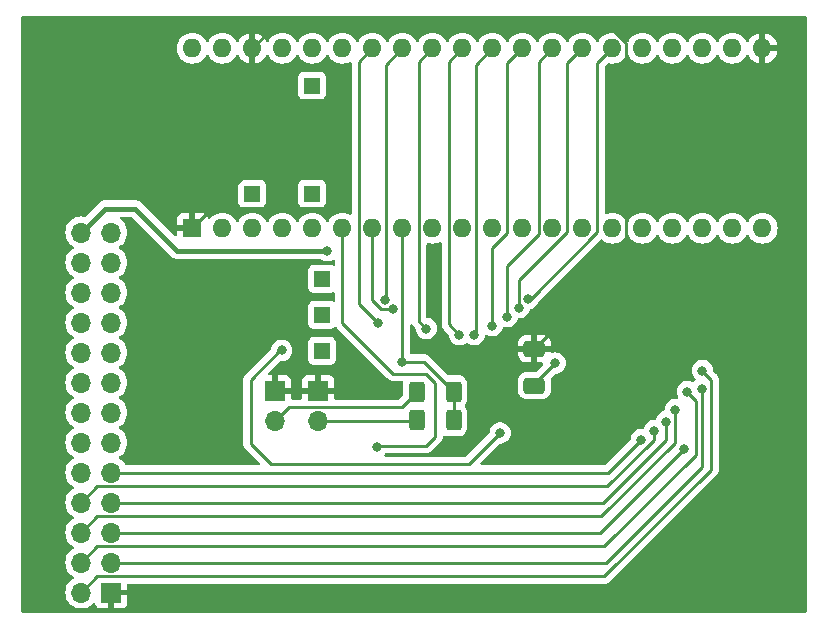
<source format=gbr>
%TF.GenerationSoftware,KiCad,Pcbnew,7.0.9-7.0.9~ubuntu20.04.1*%
%TF.CreationDate,2023-12-26T20:59:22+01:00*%
%TF.ProjectId,6303_FP,36333033-5f46-4502-9e6b-696361645f70,rev?*%
%TF.SameCoordinates,Original*%
%TF.FileFunction,Copper,L2,Bot*%
%TF.FilePolarity,Positive*%
%FSLAX46Y46*%
G04 Gerber Fmt 4.6, Leading zero omitted, Abs format (unit mm)*
G04 Created by KiCad (PCBNEW 7.0.9-7.0.9~ubuntu20.04.1) date 2023-12-26 20:59:22*
%MOMM*%
%LPD*%
G01*
G04 APERTURE LIST*
G04 Aperture macros list*
%AMRoundRect*
0 Rectangle with rounded corners*
0 $1 Rounding radius*
0 $2 $3 $4 $5 $6 $7 $8 $9 X,Y pos of 4 corners*
0 Add a 4 corners polygon primitive as box body*
4,1,4,$2,$3,$4,$5,$6,$7,$8,$9,$2,$3,0*
0 Add four circle primitives for the rounded corners*
1,1,$1+$1,$2,$3*
1,1,$1+$1,$4,$5*
1,1,$1+$1,$6,$7*
1,1,$1+$1,$8,$9*
0 Add four rect primitives between the rounded corners*
20,1,$1+$1,$2,$3,$4,$5,0*
20,1,$1+$1,$4,$5,$6,$7,0*
20,1,$1+$1,$6,$7,$8,$9,0*
20,1,$1+$1,$8,$9,$2,$3,0*%
G04 Aperture macros list end*
%TA.AperFunction,ComponentPad*%
%ADD10R,1.700000X1.700000*%
%TD*%
%TA.AperFunction,ComponentPad*%
%ADD11O,1.700000X1.700000*%
%TD*%
%TA.AperFunction,ComponentPad*%
%ADD12R,1.350000X1.350000*%
%TD*%
%TA.AperFunction,ComponentPad*%
%ADD13R,1.600000X1.600000*%
%TD*%
%TA.AperFunction,ComponentPad*%
%ADD14O,1.600000X1.600000*%
%TD*%
%TA.AperFunction,SMDPad,CuDef*%
%ADD15RoundRect,0.250000X0.650000X-0.412500X0.650000X0.412500X-0.650000X0.412500X-0.650000X-0.412500X0*%
%TD*%
%TA.AperFunction,SMDPad,CuDef*%
%ADD16RoundRect,0.250000X0.400000X0.625000X-0.400000X0.625000X-0.400000X-0.625000X0.400000X-0.625000X0*%
%TD*%
%TA.AperFunction,ViaPad*%
%ADD17C,0.800000*%
%TD*%
%TA.AperFunction,Conductor*%
%ADD18C,0.250000*%
%TD*%
%TA.AperFunction,Conductor*%
%ADD19C,0.400000*%
%TD*%
G04 APERTURE END LIST*
D10*
%TO.P,JP1,1,A*%
%TO.N,GND*%
X180746400Y-66492200D03*
D11*
%TO.P,JP1,2,B*%
%TO.N,/MP0*%
X180746400Y-69032200D03*
%TD*%
D12*
%TO.P,J4,1,Pin_1*%
%TO.N,Net-(J4-Pin_1)*%
X183896000Y-40640000D03*
%TD*%
D13*
%TO.P,U3,1,VSS*%
%TO.N,GND*%
X173736000Y-52730400D03*
D14*
%TO.P,U3,2,~{HALT}*%
%TO.N,/~{HALT}*%
X176276000Y-52730400D03*
%TO.P,U3,3,MR*%
%TO.N,Net-(J3-Pin_1)*%
X178816000Y-52730400D03*
%TO.P,U3,4,~{IRQ}*%
%TO.N,/~{IRQ1}*%
X181356000Y-52730400D03*
%TO.P,U3,5,VMA*%
%TO.N,Net-(J6-Pin_1)*%
X183896000Y-52730400D03*
%TO.P,U3,6,~{NMI}*%
%TO.N,/~{NMI}*%
X186436000Y-52730400D03*
%TO.P,U3,7,BA*%
%TO.N,/BA*%
X188976000Y-52730400D03*
%TO.P,U3,8,VCC*%
%TO.N,+5V*%
X191516000Y-52730400D03*
%TO.P,U3,9,A0*%
%TO.N,/A0*%
X194056000Y-52730400D03*
%TO.P,U3,10,A1*%
%TO.N,/A1*%
X196596000Y-52730400D03*
%TO.P,U3,11,A2*%
%TO.N,/A2*%
X199136000Y-52730400D03*
%TO.P,U3,12,A3*%
%TO.N,/A3*%
X201676000Y-52730400D03*
%TO.P,U3,13,A4*%
%TO.N,/A4*%
X204216000Y-52730400D03*
%TO.P,U3,14,A5*%
%TO.N,/A5*%
X206756000Y-52730400D03*
%TO.P,U3,15,A6*%
%TO.N,/A6*%
X209296000Y-52730400D03*
%TO.P,U3,16,A7*%
%TO.N,/A7*%
X211836000Y-52730400D03*
%TO.P,U3,17,A8*%
%TO.N,/A8*%
X214376000Y-52730400D03*
%TO.P,U3,18,A9*%
%TO.N,/A9*%
X216916000Y-52730400D03*
%TO.P,U3,19,A10*%
%TO.N,/A10*%
X219456000Y-52730400D03*
%TO.P,U3,20,A11*%
%TO.N,/A11*%
X221996000Y-52730400D03*
%TO.P,U3,21,VSS*%
%TO.N,GND*%
X221996000Y-37490400D03*
%TO.P,U3,22,A12*%
%TO.N,/A12*%
X219456000Y-37490400D03*
%TO.P,U3,23,A13*%
%TO.N,/A13*%
X216916000Y-37490400D03*
%TO.P,U3,24,A14*%
%TO.N,/A14*%
X214376000Y-37490400D03*
%TO.P,U3,25,A15*%
%TO.N,/A15*%
X211836000Y-37490400D03*
%TO.P,U3,26,D7*%
%TO.N,/D7*%
X209296000Y-37490400D03*
%TO.P,U3,27,D6*%
%TO.N,/D6*%
X206756000Y-37490400D03*
%TO.P,U3,28,D5*%
%TO.N,/D5*%
X204216000Y-37490400D03*
%TO.P,U3,29,D4*%
%TO.N,/D4*%
X201676000Y-37490400D03*
%TO.P,U3,30,D3*%
%TO.N,/D3*%
X199136000Y-37490400D03*
%TO.P,U3,31,D2*%
%TO.N,/D2*%
X196596000Y-37490400D03*
%TO.P,U3,32,D1*%
%TO.N,/D1*%
X194056000Y-37490400D03*
%TO.P,U3,33,D0*%
%TO.N,/D0*%
X191516000Y-37490400D03*
%TO.P,U3,34,R/~{W}*%
%TO.N,/R{slash}~{W}*%
X188976000Y-37490400D03*
%TO.P,U3,35,VCC_STANDBY*%
%TO.N,+5C*%
X186436000Y-37490400D03*
%TO.P,U3,36,RE*%
%TO.N,Net-(J4-Pin_1)*%
X183896000Y-37490400D03*
%TO.P,U3,37,E*%
%TO.N,/PHI2*%
X181356000Y-37490400D03*
%TO.P,U3,38,XTAL*%
%TO.N,GND*%
X178816000Y-37490400D03*
%TO.P,U3,39,EXTAL*%
%TO.N,/CPUCLK*%
X176276000Y-37490400D03*
%TO.P,U3,40,~{RESET}*%
%TO.N,/~{RST}*%
X173736000Y-37490400D03*
%TD*%
D10*
%TO.P,J1,1,Pin_1*%
%TO.N,GND*%
X166878000Y-83566000D03*
D11*
%TO.P,J1,2,Pin_2*%
%TO.N,/P67*%
X164338000Y-83566000D03*
%TO.P,J1,3,Pin_3*%
%TO.N,/P66*%
X166878000Y-81026000D03*
%TO.P,J1,4,Pin_4*%
%TO.N,/P65*%
X164338000Y-81026000D03*
%TO.P,J1,5,Pin_5*%
%TO.N,/P64*%
X166878000Y-78486000D03*
%TO.P,J1,6,Pin_6*%
%TO.N,/P63*%
X164338000Y-78486000D03*
%TO.P,J1,7,Pin_7*%
%TO.N,/P62*%
X166878000Y-75946000D03*
%TO.P,J1,8,Pin_8*%
%TO.N,/P61*%
X164338000Y-75946000D03*
%TO.P,J1,9,Pin_9*%
%TO.N,/P60*%
X166878000Y-73406000D03*
%TO.P,J1,10,Pin_10*%
%TO.N,/P57*%
X164338000Y-73406000D03*
%TO.P,J1,11,Pin_11*%
%TO.N,/P56*%
X166878000Y-70866000D03*
%TO.P,J1,12,Pin_12*%
%TO.N,/P55*%
X164338000Y-70866000D03*
%TO.P,J1,13,Pin_13*%
%TO.N,/P54*%
X166878000Y-68326000D03*
%TO.P,J1,14,Pin_14*%
%TO.N,/P53*%
X164338000Y-68326000D03*
%TO.P,J1,15,Pin_15*%
%TO.N,/P52*%
X166878000Y-65786000D03*
%TO.P,J1,16,Pin_16*%
%TO.N,/P51*%
X164338000Y-65786000D03*
%TO.P,J1,17,Pin_17*%
%TO.N,/~{IRQ1}*%
X166878000Y-63246000D03*
%TO.P,J1,18,Pin_18*%
%TO.N,/P27*%
X164338000Y-63246000D03*
%TO.P,J1,19,Pin_19*%
%TO.N,/P26*%
X166878000Y-60706000D03*
%TO.P,J1,20,Pin_20*%
%TO.N,/P25*%
X164338000Y-60706000D03*
%TO.P,J1,21,Pin_21*%
%TO.N,/P24*%
X166878000Y-58166000D03*
%TO.P,J1,22,Pin_22*%
%TO.N,/P23*%
X164338000Y-58166000D03*
%TO.P,J1,23,Pin_23*%
%TO.N,/P22*%
X166878000Y-55626000D03*
%TO.P,J1,24,Pin_24*%
%TO.N,/P21*%
X164338000Y-55626000D03*
%TO.P,J1,25,Pin_25*%
%TO.N,/P20*%
X166878000Y-53086000D03*
%TO.P,J1,26,Pin_26*%
%TO.N,+5V*%
X164338000Y-53086000D03*
%TD*%
D10*
%TO.P,JP2,1,A*%
%TO.N,GND*%
X184404000Y-66492200D03*
D11*
%TO.P,JP2,2,B*%
%TO.N,/MP1*%
X184404000Y-69032200D03*
%TD*%
D12*
%TO.P,J7,1,Pin_1*%
%TO.N,/~{LIR}*%
X184708800Y-56997600D03*
%TD*%
%TO.P,J6,1,Pin_1*%
%TO.N,Net-(J6-Pin_1)*%
X183896000Y-49784000D03*
%TD*%
%TO.P,J9,1,Pin_1*%
%TO.N,/~{WR}*%
X184708800Y-60045600D03*
%TD*%
%TO.P,J8,1,Pin_1*%
%TO.N,/~{RD}*%
X184708800Y-63093600D03*
%TD*%
%TO.P,J3,1,Pin_1*%
%TO.N,Net-(J3-Pin_1)*%
X178816000Y-49784000D03*
%TD*%
D15*
%TO.P,C1,1*%
%TO.N,+5V*%
X202692000Y-66040000D03*
%TO.P,C1,2*%
%TO.N,GND*%
X202692000Y-62915000D03*
%TD*%
D16*
%TO.P,R1,1*%
%TO.N,+5V*%
X195860000Y-66548000D03*
%TO.P,R1,2*%
%TO.N,/MP0*%
X192760000Y-66548000D03*
%TD*%
%TO.P,R2,1*%
%TO.N,+5V*%
X195860000Y-68974000D03*
%TO.P,R2,2*%
%TO.N,/MP1*%
X192760000Y-68974000D03*
%TD*%
D17*
%TO.N,+5V*%
X191516000Y-64008000D03*
X204470000Y-64138000D03*
X185166000Y-54610000D03*
%TO.N,GND*%
X202075000Y-60597000D03*
%TO.N,/~{NMI}*%
X189382400Y-71221600D03*
%TO.N,/~{IRQ1}*%
X199796400Y-70053200D03*
X181305200Y-63064384D03*
%TO.N,/D7*%
X202184000Y-58674000D03*
%TO.N,/D6*%
X201422000Y-59436000D03*
%TO.N,/D5*%
X200406000Y-60198000D03*
%TO.N,/D4*%
X199136000Y-60960000D03*
%TO.N,/D3*%
X197612000Y-61722000D03*
%TO.N,/D2*%
X196342000Y-61722000D03*
%TO.N,/D1*%
X193548000Y-61214000D03*
%TO.N,/D0*%
X190010992Y-58773008D03*
%TO.N,/R{slash}~{W}*%
X189433200Y-60706000D03*
%TO.N,/MP0*%
X192760000Y-66548000D03*
%TO.N,/MP1*%
X192760000Y-68974000D03*
%TO.N,/BA*%
X190754000Y-59563000D03*
%TO.N,/P60*%
X211750000Y-70625000D03*
%TO.N,/P61*%
X212852000Y-69850000D03*
%TO.N,/P62*%
X213868000Y-69088000D03*
%TO.N,/P63*%
X214630000Y-68072000D03*
%TO.N,/P64*%
X215392000Y-71374000D03*
%TO.N,/P65*%
X215646000Y-66548000D03*
%TO.N,/P66*%
X216916000Y-66294000D03*
%TO.N,/P67*%
X216916000Y-64770000D03*
%TD*%
D18*
%TO.N,+5V*%
X195860000Y-66548000D02*
X195860000Y-68974000D01*
D19*
X172466000Y-54610000D02*
X185166000Y-54610000D01*
D18*
X191516000Y-64008000D02*
X193320000Y-64008000D01*
D19*
X166370000Y-51054000D02*
X168910000Y-51054000D01*
X164338000Y-53086000D02*
X166370000Y-51054000D01*
D18*
X193320000Y-64008000D02*
X195860000Y-66548000D01*
D19*
X168910000Y-51054000D02*
X172466000Y-54610000D01*
D18*
X191516000Y-64008000D02*
X191516000Y-52730400D01*
X202692000Y-66040000D02*
X202692000Y-65916000D01*
X202692000Y-65916000D02*
X204470000Y-64138000D01*
%TO.N,GND*%
X178816000Y-37490400D02*
X180289200Y-36017200D01*
X210464400Y-37067809D02*
X210464400Y-55142600D01*
X210464400Y-55142600D02*
X202692000Y-62915000D01*
X202692000Y-62915000D02*
X202692000Y-61214000D01*
X178816000Y-47650400D02*
X173736000Y-52730400D01*
X202692000Y-61214000D02*
X202075000Y-60597000D01*
X178816000Y-37490400D02*
X178816000Y-47650400D01*
X180289200Y-36017200D02*
X209413791Y-36017200D01*
X209413791Y-36017200D02*
X210464400Y-37067809D01*
%TO.N,/~{NMI}*%
X193548000Y-71120000D02*
X189484000Y-71120000D01*
X189484000Y-71120000D02*
X189382400Y-71221600D01*
X186436000Y-52730400D02*
X186436000Y-60706000D01*
X193548000Y-65024000D02*
X194310000Y-65786000D01*
X186436000Y-60706000D02*
X190754000Y-65024000D01*
X190754000Y-65024000D02*
X193548000Y-65024000D01*
X194310000Y-65786000D02*
X194310000Y-70358000D01*
X194310000Y-70358000D02*
X193548000Y-71120000D01*
%TO.N,/~{IRQ1}*%
X197154800Y-72694800D02*
X180414804Y-72694800D01*
X199796400Y-70053200D02*
X197154800Y-72694800D01*
X180414804Y-72694800D02*
X178670800Y-70950796D01*
X181187820Y-63064384D02*
X181305200Y-63064384D01*
X178670800Y-70950796D02*
X178670800Y-65581404D01*
X178670800Y-65581404D02*
X181187820Y-63064384D01*
%TO.N,/D7*%
X202184000Y-58674000D02*
X202403391Y-58674000D01*
X208026000Y-38760400D02*
X209296000Y-37490400D01*
X208026000Y-53051391D02*
X208026000Y-38760400D01*
X202403391Y-58674000D02*
X208026000Y-53051391D01*
%TO.N,/D6*%
X201422000Y-59436000D02*
X201422000Y-57115391D01*
X205486000Y-53051391D02*
X205486000Y-38760400D01*
X201422000Y-57115391D02*
X205486000Y-53051391D01*
X205486000Y-38760400D02*
X206756000Y-37490400D01*
%TO.N,/D5*%
X203091000Y-53195000D02*
X203091000Y-38615400D01*
X200406000Y-55880000D02*
X203091000Y-53195000D01*
X203091000Y-38615400D02*
X204216000Y-37490400D01*
X200406000Y-60198000D02*
X200406000Y-55880000D01*
%TO.N,/D4*%
X200406000Y-38760400D02*
X201676000Y-37490400D01*
X200406000Y-53086000D02*
X200406000Y-38760400D01*
X199136000Y-60960000D02*
X199136000Y-54356000D01*
X199136000Y-54356000D02*
X200406000Y-53086000D01*
%TO.N,/D3*%
X197612000Y-61722000D02*
X197721000Y-61613000D01*
X197721000Y-38905400D02*
X199136000Y-37490400D01*
X197721000Y-61613000D02*
X197721000Y-38905400D01*
%TO.N,/D2*%
X196342000Y-61722000D02*
X195471000Y-60851000D01*
X195471000Y-60851000D02*
X195471000Y-38615400D01*
X195471000Y-38615400D02*
X196596000Y-37490400D01*
%TO.N,/D1*%
X192931000Y-38615400D02*
X194056000Y-37490400D01*
X192931000Y-60597000D02*
X192931000Y-38615400D01*
X193548000Y-61214000D02*
X192931000Y-60597000D01*
%TO.N,/D0*%
X190137992Y-38868408D02*
X190137992Y-58646008D01*
X190137992Y-58646008D02*
X190010992Y-58773008D01*
X191516000Y-37490400D02*
X190137992Y-38868408D01*
%TO.N,/R{slash}~{W}*%
X189433200Y-60706000D02*
X187851000Y-59123800D01*
X187851000Y-38615400D02*
X188976000Y-37490400D01*
X187851000Y-59123800D02*
X187851000Y-38615400D01*
%TO.N,/MP0*%
X180746400Y-69032200D02*
X181921400Y-67857200D01*
X191450800Y-67857200D02*
X192760000Y-66548000D01*
X181921400Y-67857200D02*
X191450800Y-67857200D01*
%TO.N,/MP1*%
X192701800Y-69032200D02*
X192760000Y-68974000D01*
X184404000Y-69032200D02*
X192701800Y-69032200D01*
%TO.N,/BA*%
X189704968Y-59563000D02*
X190754000Y-59563000D01*
X188976000Y-52730400D02*
X188976000Y-58834032D01*
X188976000Y-58834032D02*
X189704968Y-59563000D01*
%TO.N,/P60*%
X208969000Y-73406000D02*
X211750000Y-70625000D01*
X166878000Y-73406000D02*
X208969000Y-73406000D01*
%TO.N,/P61*%
X164338000Y-75946000D02*
X165703000Y-74581000D01*
X212598000Y-70866000D02*
X212852000Y-70612000D01*
X208883000Y-74581000D02*
X212598000Y-70866000D01*
X165703000Y-74581000D02*
X208883000Y-74581000D01*
X212852000Y-70612000D02*
X212852000Y-69850000D01*
%TO.N,/P62*%
X208534000Y-75946000D02*
X166878000Y-75946000D01*
X213868000Y-70612000D02*
X208534000Y-75946000D01*
X213868000Y-69088000D02*
X213868000Y-70612000D01*
%TO.N,/P63*%
X214630000Y-70866000D02*
X214630000Y-68072000D01*
X165703000Y-77121000D02*
X208375000Y-77121000D01*
X208375000Y-77121000D02*
X214630000Y-70866000D01*
X164338000Y-78486000D02*
X165703000Y-77121000D01*
%TO.N,/P64*%
X208280000Y-78486000D02*
X166878000Y-78486000D01*
X215392000Y-71374000D02*
X208280000Y-78486000D01*
%TO.N,/P65*%
X165703000Y-79661000D02*
X208629000Y-79661000D01*
X164338000Y-81026000D02*
X165703000Y-79661000D01*
X208629000Y-79661000D02*
X216408000Y-71882000D01*
X216408000Y-67310000D02*
X215646000Y-66548000D01*
X216408000Y-71882000D02*
X216408000Y-67310000D01*
%TO.N,/P66*%
X216916000Y-66294000D02*
X216916000Y-72898000D01*
X216916000Y-72898000D02*
X208788000Y-81026000D01*
X208788000Y-81026000D02*
X166878000Y-81026000D01*
%TO.N,/P67*%
X165703000Y-82201000D02*
X208629000Y-82201000D01*
X217678000Y-65532000D02*
X216916000Y-64770000D01*
X217678000Y-73152000D02*
X217678000Y-65532000D01*
X164338000Y-83566000D02*
X165703000Y-82201000D01*
X208629000Y-82201000D02*
X217678000Y-73152000D01*
%TD*%
%TA.AperFunction,Conductor*%
%TO.N,GND*%
G36*
X168635520Y-51774185D02*
G01*
X168656162Y-51790819D01*
X171954399Y-55089056D01*
X171956935Y-55091750D01*
X171998071Y-55138183D01*
X172020938Y-55153967D01*
X172049110Y-55173413D01*
X172052127Y-55175633D01*
X172100938Y-55213874D01*
X172100943Y-55213877D01*
X172110174Y-55218031D01*
X172129727Y-55229059D01*
X172138070Y-55234818D01*
X172196057Y-55256809D01*
X172199512Y-55258239D01*
X172229093Y-55271553D01*
X172256063Y-55283692D01*
X172256064Y-55283692D01*
X172256068Y-55283694D01*
X172266030Y-55285519D01*
X172287651Y-55291546D01*
X172297125Y-55295139D01*
X172297128Y-55295140D01*
X172313871Y-55297173D01*
X172358689Y-55302615D01*
X172362386Y-55303177D01*
X172423394Y-55314357D01*
X172423395Y-55314356D01*
X172423396Y-55314357D01*
X172485292Y-55310613D01*
X172489036Y-55310500D01*
X184557844Y-55310500D01*
X184624883Y-55330185D01*
X184630729Y-55334182D01*
X184713265Y-55394148D01*
X184713270Y-55394151D01*
X184886192Y-55471142D01*
X184886197Y-55471144D01*
X185071354Y-55510500D01*
X185071355Y-55510500D01*
X185260644Y-55510500D01*
X185260646Y-55510500D01*
X185445803Y-55471144D01*
X185618730Y-55394151D01*
X185618733Y-55394148D01*
X185624363Y-55390899D01*
X185625904Y-55393569D01*
X185678948Y-55374415D01*
X185747062Y-55389980D01*
X185795948Y-55439900D01*
X185810500Y-55498185D01*
X185810500Y-55770485D01*
X185790815Y-55837524D01*
X185738011Y-55883279D01*
X185668853Y-55893223D01*
X185634484Y-55881785D01*
X185634441Y-55881903D01*
X185631148Y-55880675D01*
X185627080Y-55879321D01*
X185626135Y-55878805D01*
X185491282Y-55828508D01*
X185491283Y-55828508D01*
X185431683Y-55822101D01*
X185431681Y-55822100D01*
X185431673Y-55822100D01*
X185431664Y-55822100D01*
X183985929Y-55822100D01*
X183985923Y-55822101D01*
X183926316Y-55828508D01*
X183791471Y-55878802D01*
X183791464Y-55878806D01*
X183676255Y-55965052D01*
X183676252Y-55965055D01*
X183590006Y-56080264D01*
X183590002Y-56080271D01*
X183539708Y-56215117D01*
X183533301Y-56274716D01*
X183533300Y-56274735D01*
X183533300Y-57720470D01*
X183533301Y-57720476D01*
X183539708Y-57780083D01*
X183590002Y-57914928D01*
X183590006Y-57914935D01*
X183676252Y-58030144D01*
X183676255Y-58030147D01*
X183791464Y-58116393D01*
X183791471Y-58116397D01*
X183926317Y-58166691D01*
X183926316Y-58166691D01*
X183933244Y-58167435D01*
X183985927Y-58173100D01*
X185431672Y-58173099D01*
X185491283Y-58166691D01*
X185626131Y-58116396D01*
X185626133Y-58116393D01*
X185627071Y-58115883D01*
X185628118Y-58115655D01*
X185634441Y-58113297D01*
X185634779Y-58114205D01*
X185695343Y-58101030D01*
X185760808Y-58125445D01*
X185802681Y-58181378D01*
X185810500Y-58224714D01*
X185810500Y-58818485D01*
X185790815Y-58885524D01*
X185738011Y-58931279D01*
X185668853Y-58941223D01*
X185634484Y-58929785D01*
X185634441Y-58929903D01*
X185631148Y-58928675D01*
X185627080Y-58927321D01*
X185626135Y-58926805D01*
X185491282Y-58876508D01*
X185491283Y-58876508D01*
X185431683Y-58870101D01*
X185431681Y-58870100D01*
X185431673Y-58870100D01*
X185431664Y-58870100D01*
X183985929Y-58870100D01*
X183985923Y-58870101D01*
X183926316Y-58876508D01*
X183791471Y-58926802D01*
X183791464Y-58926806D01*
X183676255Y-59013052D01*
X183676252Y-59013055D01*
X183590006Y-59128264D01*
X183590002Y-59128271D01*
X183539708Y-59263117D01*
X183533301Y-59322716D01*
X183533300Y-59322735D01*
X183533300Y-60768470D01*
X183533301Y-60768476D01*
X183539708Y-60828083D01*
X183590002Y-60962928D01*
X183590006Y-60962935D01*
X183676252Y-61078144D01*
X183676255Y-61078147D01*
X183791464Y-61164393D01*
X183791471Y-61164397D01*
X183926317Y-61214691D01*
X183926316Y-61214691D01*
X183933244Y-61215435D01*
X183985927Y-61221100D01*
X185431672Y-61221099D01*
X185491283Y-61214691D01*
X185626131Y-61164396D01*
X185741346Y-61078146D01*
X185741348Y-61078142D01*
X185746465Y-61073026D01*
X185807787Y-61039538D01*
X185877478Y-61044519D01*
X185933414Y-61086388D01*
X185935030Y-61088810D01*
X185937833Y-61092424D01*
X185951990Y-61106580D01*
X185964628Y-61121376D01*
X185976405Y-61137586D01*
X185976406Y-61137587D01*
X186012309Y-61167288D01*
X186016620Y-61171210D01*
X189247124Y-64401715D01*
X190253197Y-65407788D01*
X190263022Y-65420051D01*
X190263243Y-65419869D01*
X190268214Y-65425878D01*
X190291472Y-65447718D01*
X190318635Y-65473226D01*
X190339529Y-65494120D01*
X190345011Y-65498373D01*
X190349443Y-65502157D01*
X190383418Y-65534062D01*
X190400976Y-65543714D01*
X190417235Y-65554395D01*
X190433064Y-65566673D01*
X190475838Y-65585182D01*
X190481056Y-65587738D01*
X190521908Y-65610197D01*
X190541316Y-65615180D01*
X190559717Y-65621480D01*
X190578104Y-65629437D01*
X190621488Y-65636308D01*
X190624119Y-65636725D01*
X190629839Y-65637909D01*
X190674981Y-65649500D01*
X190695016Y-65649500D01*
X190714414Y-65651026D01*
X190734194Y-65654159D01*
X190734195Y-65654160D01*
X190734195Y-65654159D01*
X190734196Y-65654160D01*
X190780584Y-65649775D01*
X190786422Y-65649500D01*
X191495019Y-65649500D01*
X191562058Y-65669185D01*
X191607813Y-65721989D01*
X191618377Y-65786103D01*
X191609500Y-65872983D01*
X191609500Y-66762546D01*
X191589815Y-66829585D01*
X191573181Y-66850227D01*
X191228028Y-67195381D01*
X191166705Y-67228866D01*
X191140347Y-67231700D01*
X185878000Y-67231700D01*
X185810961Y-67212015D01*
X185765206Y-67159211D01*
X185754000Y-67107700D01*
X185754000Y-66742200D01*
X184837686Y-66742200D01*
X184863493Y-66702044D01*
X184904000Y-66564089D01*
X184904000Y-66420311D01*
X184863493Y-66282356D01*
X184837686Y-66242200D01*
X185754000Y-66242200D01*
X185754000Y-65594372D01*
X185753999Y-65594355D01*
X185747598Y-65534827D01*
X185747596Y-65534820D01*
X185697354Y-65400113D01*
X185697350Y-65400106D01*
X185611190Y-65285012D01*
X185611187Y-65285009D01*
X185496093Y-65198849D01*
X185496086Y-65198845D01*
X185361379Y-65148603D01*
X185361372Y-65148601D01*
X185301844Y-65142200D01*
X184654000Y-65142200D01*
X184654000Y-66056698D01*
X184546315Y-66007520D01*
X184439763Y-65992200D01*
X184368237Y-65992200D01*
X184261685Y-66007520D01*
X184154000Y-66056698D01*
X184154000Y-65142200D01*
X183506155Y-65142200D01*
X183446627Y-65148601D01*
X183446620Y-65148603D01*
X183311913Y-65198845D01*
X183311906Y-65198849D01*
X183196812Y-65285009D01*
X183196809Y-65285012D01*
X183110649Y-65400106D01*
X183110645Y-65400113D01*
X183060403Y-65534820D01*
X183060401Y-65534827D01*
X183054000Y-65594355D01*
X183054000Y-66242200D01*
X183970314Y-66242200D01*
X183944507Y-66282356D01*
X183904000Y-66420311D01*
X183904000Y-66564089D01*
X183944507Y-66702044D01*
X183970314Y-66742200D01*
X183054000Y-66742200D01*
X183054000Y-67107700D01*
X183034315Y-67174739D01*
X182981511Y-67220494D01*
X182930000Y-67231700D01*
X182220400Y-67231700D01*
X182153361Y-67212015D01*
X182107606Y-67159211D01*
X182096400Y-67107700D01*
X182096400Y-66742200D01*
X181180086Y-66742200D01*
X181205893Y-66702044D01*
X181246400Y-66564089D01*
X181246400Y-66420311D01*
X181205893Y-66282356D01*
X181180086Y-66242200D01*
X182096400Y-66242200D01*
X182096400Y-65594372D01*
X182096399Y-65594355D01*
X182089998Y-65534827D01*
X182089996Y-65534820D01*
X182039754Y-65400113D01*
X182039750Y-65400106D01*
X181953590Y-65285012D01*
X181953587Y-65285009D01*
X181838493Y-65198849D01*
X181838486Y-65198845D01*
X181703779Y-65148603D01*
X181703772Y-65148601D01*
X181644244Y-65142200D01*
X180996400Y-65142200D01*
X180996400Y-66056698D01*
X180888715Y-66007520D01*
X180782163Y-65992200D01*
X180710637Y-65992200D01*
X180604085Y-66007520D01*
X180496400Y-66056698D01*
X180496400Y-65142200D01*
X180293956Y-65142200D01*
X180226917Y-65122515D01*
X180181162Y-65069711D01*
X180171218Y-65000553D01*
X180200243Y-64936997D01*
X180206275Y-64930519D01*
X181135591Y-64001203D01*
X181196914Y-63967718D01*
X181223272Y-63964884D01*
X181399844Y-63964884D01*
X181399846Y-63964884D01*
X181585003Y-63925528D01*
X181757930Y-63848535D01*
X181802064Y-63816470D01*
X183533300Y-63816470D01*
X183533301Y-63816476D01*
X183539708Y-63876083D01*
X183590002Y-64010928D01*
X183590006Y-64010935D01*
X183676252Y-64126144D01*
X183676255Y-64126147D01*
X183791464Y-64212393D01*
X183791471Y-64212397D01*
X183926317Y-64262691D01*
X183926316Y-64262691D01*
X183933244Y-64263435D01*
X183985927Y-64269100D01*
X185431672Y-64269099D01*
X185491283Y-64262691D01*
X185626131Y-64212396D01*
X185741346Y-64126146D01*
X185827596Y-64010931D01*
X185877891Y-63876083D01*
X185884300Y-63816473D01*
X185884299Y-62370728D01*
X185877891Y-62311117D01*
X185856668Y-62254216D01*
X185827597Y-62176271D01*
X185827593Y-62176264D01*
X185741347Y-62061055D01*
X185741344Y-62061052D01*
X185626135Y-61974806D01*
X185626128Y-61974802D01*
X185491282Y-61924508D01*
X185491283Y-61924508D01*
X185431683Y-61918101D01*
X185431681Y-61918100D01*
X185431673Y-61918100D01*
X185431664Y-61918100D01*
X183985929Y-61918100D01*
X183985923Y-61918101D01*
X183926316Y-61924508D01*
X183791471Y-61974802D01*
X183791464Y-61974806D01*
X183676255Y-62061052D01*
X183676252Y-62061055D01*
X183590006Y-62176264D01*
X183590002Y-62176271D01*
X183539708Y-62311117D01*
X183533301Y-62370716D01*
X183533301Y-62370723D01*
X183533300Y-62370735D01*
X183533300Y-63816470D01*
X181802064Y-63816470D01*
X181911071Y-63737272D01*
X182037733Y-63596600D01*
X182132379Y-63432668D01*
X182190874Y-63252640D01*
X182210660Y-63064384D01*
X182190874Y-62876128D01*
X182132379Y-62696100D01*
X182037733Y-62532168D01*
X181911071Y-62391496D01*
X181911070Y-62391495D01*
X181757934Y-62280235D01*
X181757929Y-62280232D01*
X181585007Y-62203241D01*
X181585002Y-62203239D01*
X181439201Y-62172249D01*
X181399846Y-62163884D01*
X181210554Y-62163884D01*
X181178097Y-62170782D01*
X181025397Y-62203239D01*
X181025392Y-62203241D01*
X180852470Y-62280232D01*
X180852465Y-62280235D01*
X180699329Y-62391495D01*
X180572666Y-62532169D01*
X180478021Y-62696099D01*
X180478018Y-62696106D01*
X180419527Y-62876123D01*
X180419525Y-62876133D01*
X180415663Y-62912872D01*
X180389078Y-62977486D01*
X180380024Y-62987588D01*
X178287008Y-65080603D01*
X178274751Y-65090424D01*
X178274934Y-65090645D01*
X178268923Y-65095617D01*
X178221572Y-65146040D01*
X178200689Y-65166923D01*
X178200677Y-65166936D01*
X178196421Y-65172421D01*
X178192637Y-65176851D01*
X178160737Y-65210822D01*
X178160736Y-65210824D01*
X178151084Y-65228380D01*
X178140410Y-65244630D01*
X178128129Y-65260465D01*
X178128124Y-65260472D01*
X178109615Y-65303242D01*
X178107045Y-65308488D01*
X178084603Y-65349310D01*
X178079622Y-65368711D01*
X178073321Y-65387114D01*
X178065362Y-65405506D01*
X178065361Y-65405509D01*
X178058071Y-65451531D01*
X178056887Y-65457250D01*
X178045301Y-65502376D01*
X178045300Y-65502386D01*
X178045300Y-65522420D01*
X178043773Y-65541817D01*
X178040640Y-65561600D01*
X178042979Y-65586339D01*
X178045025Y-65607987D01*
X178045300Y-65613825D01*
X178045300Y-70868051D01*
X178043575Y-70883668D01*
X178043861Y-70883695D01*
X178043126Y-70891461D01*
X178045300Y-70960610D01*
X178045300Y-70990139D01*
X178045301Y-70990156D01*
X178046168Y-70997027D01*
X178046626Y-71002846D01*
X178048090Y-71049420D01*
X178048091Y-71049423D01*
X178053680Y-71068663D01*
X178057624Y-71087707D01*
X178059356Y-71101413D01*
X178060136Y-71107587D01*
X178077290Y-71150915D01*
X178079182Y-71156443D01*
X178092181Y-71201184D01*
X178102380Y-71218430D01*
X178110938Y-71235899D01*
X178118314Y-71254528D01*
X178145698Y-71292219D01*
X178148906Y-71297103D01*
X178172627Y-71337212D01*
X178172633Y-71337220D01*
X178186790Y-71351376D01*
X178199428Y-71366172D01*
X178211205Y-71382382D01*
X178211206Y-71382383D01*
X178247109Y-71412084D01*
X178251420Y-71416006D01*
X179202914Y-72367501D01*
X179404232Y-72568819D01*
X179437717Y-72630142D01*
X179432733Y-72699834D01*
X179390861Y-72755767D01*
X179325397Y-72780184D01*
X179316551Y-72780500D01*
X168153227Y-72780500D01*
X168086188Y-72760815D01*
X168051652Y-72727623D01*
X167916494Y-72534597D01*
X167749402Y-72367506D01*
X167749396Y-72367501D01*
X167563842Y-72237575D01*
X167520217Y-72182998D01*
X167513023Y-72113500D01*
X167544546Y-72051145D01*
X167563842Y-72034425D01*
X167586026Y-72018891D01*
X167749401Y-71904495D01*
X167916495Y-71737401D01*
X168052035Y-71543830D01*
X168151903Y-71329663D01*
X168213063Y-71101408D01*
X168233659Y-70866000D01*
X168231715Y-70843786D01*
X168217330Y-70679368D01*
X168213063Y-70630592D01*
X168157033Y-70421484D01*
X168151905Y-70402344D01*
X168151904Y-70402343D01*
X168151903Y-70402337D01*
X168052035Y-70188171D01*
X168046425Y-70180158D01*
X167916494Y-69994597D01*
X167749402Y-69827506D01*
X167749396Y-69827501D01*
X167563842Y-69697575D01*
X167520217Y-69642998D01*
X167513023Y-69573500D01*
X167544546Y-69511145D01*
X167563842Y-69494425D01*
X167586026Y-69478891D01*
X167749401Y-69364495D01*
X167916495Y-69197401D01*
X168052035Y-69003830D01*
X168151903Y-68789663D01*
X168213063Y-68561408D01*
X168233659Y-68326000D01*
X168213063Y-68090592D01*
X168151903Y-67862337D01*
X168052035Y-67648171D01*
X168047474Y-67641656D01*
X167916494Y-67454597D01*
X167749402Y-67287506D01*
X167749396Y-67287501D01*
X167563842Y-67157575D01*
X167520217Y-67102998D01*
X167513023Y-67033500D01*
X167544546Y-66971145D01*
X167563842Y-66954425D01*
X167618323Y-66916277D01*
X167749401Y-66824495D01*
X167916495Y-66657401D01*
X168052035Y-66463830D01*
X168151903Y-66249663D01*
X168213063Y-66021408D01*
X168233659Y-65786000D01*
X168230819Y-65753545D01*
X168221850Y-65651027D01*
X168213063Y-65550592D01*
X168154034Y-65330289D01*
X168151905Y-65322344D01*
X168151904Y-65322343D01*
X168151903Y-65322337D01*
X168052035Y-65108171D01*
X168046602Y-65100411D01*
X167916494Y-64914597D01*
X167749402Y-64747506D01*
X167749396Y-64747501D01*
X167563842Y-64617575D01*
X167520217Y-64562998D01*
X167513023Y-64493500D01*
X167544546Y-64431145D01*
X167563842Y-64414425D01*
X167586026Y-64398891D01*
X167749401Y-64284495D01*
X167916495Y-64117401D01*
X168052035Y-63923830D01*
X168151903Y-63709663D01*
X168213063Y-63481408D01*
X168233659Y-63246000D01*
X168231247Y-63218437D01*
X168213063Y-63010596D01*
X168213063Y-63010592D01*
X168151903Y-62782337D01*
X168052035Y-62568171D01*
X168046425Y-62560158D01*
X167916494Y-62374597D01*
X167749402Y-62207506D01*
X167749396Y-62207501D01*
X167563842Y-62077575D01*
X167520217Y-62022998D01*
X167513023Y-61953500D01*
X167544546Y-61891145D01*
X167563842Y-61874425D01*
X167644221Y-61818143D01*
X167749401Y-61744495D01*
X167916495Y-61577401D01*
X168052035Y-61383830D01*
X168151903Y-61169663D01*
X168213063Y-60941408D01*
X168233659Y-60706000D01*
X168232751Y-60695627D01*
X168221435Y-60566284D01*
X168213063Y-60470592D01*
X168151903Y-60242337D01*
X168052035Y-60028171D01*
X168046425Y-60020158D01*
X167916494Y-59834597D01*
X167749402Y-59667506D01*
X167749396Y-59667501D01*
X167563842Y-59537575D01*
X167520217Y-59482998D01*
X167513023Y-59413500D01*
X167544546Y-59351145D01*
X167563842Y-59334425D01*
X167665680Y-59263117D01*
X167749401Y-59204495D01*
X167916495Y-59037401D01*
X168052035Y-58843830D01*
X168151903Y-58629663D01*
X168213063Y-58401408D01*
X168233659Y-58166000D01*
X168213063Y-57930592D01*
X168151903Y-57702337D01*
X168052035Y-57488171D01*
X168046425Y-57480158D01*
X167916494Y-57294597D01*
X167749402Y-57127506D01*
X167749396Y-57127501D01*
X167563842Y-56997575D01*
X167520217Y-56942998D01*
X167513023Y-56873500D01*
X167544546Y-56811145D01*
X167563842Y-56794425D01*
X167586026Y-56778891D01*
X167749401Y-56664495D01*
X167916495Y-56497401D01*
X168052035Y-56303830D01*
X168151903Y-56089663D01*
X168213063Y-55861408D01*
X168233659Y-55626000D01*
X168213063Y-55390592D01*
X168151903Y-55162337D01*
X168052035Y-54948171D01*
X168046425Y-54940158D01*
X167916494Y-54754597D01*
X167749402Y-54587506D01*
X167749396Y-54587501D01*
X167563842Y-54457575D01*
X167520217Y-54402998D01*
X167513023Y-54333500D01*
X167544546Y-54271145D01*
X167563842Y-54254425D01*
X167669983Y-54180104D01*
X167749401Y-54124495D01*
X167916495Y-53957401D01*
X168052035Y-53763830D01*
X168151903Y-53549663D01*
X168213063Y-53321408D01*
X168233659Y-53086000D01*
X168213063Y-52850592D01*
X168151903Y-52622337D01*
X168052035Y-52408171D01*
X168048246Y-52402759D01*
X167916494Y-52214597D01*
X167749402Y-52047506D01*
X167749401Y-52047505D01*
X167653100Y-51980074D01*
X167609477Y-51925498D01*
X167602284Y-51855999D01*
X167633806Y-51793645D01*
X167694036Y-51758231D01*
X167724225Y-51754500D01*
X168568481Y-51754500D01*
X168635520Y-51774185D01*
G37*
%TD.AperFunction*%
%TA.AperFunction,Conductor*%
G36*
X225692539Y-34770185D02*
G01*
X225738294Y-34822989D01*
X225749500Y-34874500D01*
X225749500Y-85137500D01*
X225729815Y-85204539D01*
X225677011Y-85250294D01*
X225625500Y-85261500D01*
X159374500Y-85261500D01*
X159307461Y-85241815D01*
X159261706Y-85189011D01*
X159250500Y-85137500D01*
X159250500Y-83566000D01*
X162982341Y-83566000D01*
X163002936Y-83801403D01*
X163002938Y-83801413D01*
X163064094Y-84029655D01*
X163064096Y-84029659D01*
X163064097Y-84029663D01*
X163163965Y-84243830D01*
X163163967Y-84243834D01*
X163272281Y-84398521D01*
X163299505Y-84437401D01*
X163466599Y-84604495D01*
X163543135Y-84658086D01*
X163660165Y-84740032D01*
X163660167Y-84740033D01*
X163660170Y-84740035D01*
X163874337Y-84839903D01*
X164102592Y-84901063D01*
X164273319Y-84916000D01*
X164337999Y-84921659D01*
X164338000Y-84921659D01*
X164338001Y-84921659D01*
X164402681Y-84916000D01*
X164573408Y-84901063D01*
X164801663Y-84839903D01*
X165015830Y-84740035D01*
X165209401Y-84604495D01*
X165331717Y-84482178D01*
X165393036Y-84448696D01*
X165462728Y-84453680D01*
X165518662Y-84495551D01*
X165535577Y-84526528D01*
X165584646Y-84658088D01*
X165584649Y-84658093D01*
X165670809Y-84773187D01*
X165670812Y-84773190D01*
X165785906Y-84859350D01*
X165785913Y-84859354D01*
X165920620Y-84909596D01*
X165920627Y-84909598D01*
X165980155Y-84915999D01*
X165980172Y-84916000D01*
X166628000Y-84916000D01*
X166628000Y-84001501D01*
X166735685Y-84050680D01*
X166842237Y-84066000D01*
X166913763Y-84066000D01*
X167020315Y-84050680D01*
X167128000Y-84001501D01*
X167128000Y-84916000D01*
X167775828Y-84916000D01*
X167775844Y-84915999D01*
X167835372Y-84909598D01*
X167835379Y-84909596D01*
X167970086Y-84859354D01*
X167970093Y-84859350D01*
X168085187Y-84773190D01*
X168085190Y-84773187D01*
X168171350Y-84658093D01*
X168171354Y-84658086D01*
X168221596Y-84523379D01*
X168221598Y-84523372D01*
X168227999Y-84463844D01*
X168228000Y-84463827D01*
X168228000Y-83816000D01*
X167311686Y-83816000D01*
X167337493Y-83775844D01*
X167378000Y-83637889D01*
X167378000Y-83494111D01*
X167337493Y-83356156D01*
X167311686Y-83316000D01*
X168228000Y-83316000D01*
X168228000Y-82950500D01*
X168247685Y-82883461D01*
X168300489Y-82837706D01*
X168352000Y-82826500D01*
X208546257Y-82826500D01*
X208561877Y-82828224D01*
X208561904Y-82827939D01*
X208569660Y-82828671D01*
X208569667Y-82828673D01*
X208638814Y-82826500D01*
X208668350Y-82826500D01*
X208675228Y-82825630D01*
X208681041Y-82825172D01*
X208727627Y-82823709D01*
X208746869Y-82818117D01*
X208765912Y-82814174D01*
X208785792Y-82811664D01*
X208829122Y-82794507D01*
X208834646Y-82792617D01*
X208838396Y-82791527D01*
X208879390Y-82779618D01*
X208896629Y-82769422D01*
X208914103Y-82760862D01*
X208932727Y-82753488D01*
X208932727Y-82753487D01*
X208932732Y-82753486D01*
X208970449Y-82726082D01*
X208975305Y-82722892D01*
X209015420Y-82699170D01*
X209029589Y-82684999D01*
X209044379Y-82672368D01*
X209060587Y-82660594D01*
X209090299Y-82624676D01*
X209094212Y-82620376D01*
X218061786Y-73652802D01*
X218074048Y-73642980D01*
X218073865Y-73642759D01*
X218079867Y-73637792D01*
X218079877Y-73637786D01*
X218127241Y-73587348D01*
X218148120Y-73566470D01*
X218152373Y-73560986D01*
X218156150Y-73556563D01*
X218188062Y-73522582D01*
X218197714Y-73505023D01*
X218208389Y-73488772D01*
X218220674Y-73472936D01*
X218239186Y-73430152D01*
X218241742Y-73424935D01*
X218264197Y-73384092D01*
X218269180Y-73364680D01*
X218275477Y-73346291D01*
X218283438Y-73327895D01*
X218290729Y-73281853D01*
X218291908Y-73276162D01*
X218303500Y-73231019D01*
X218303500Y-73210983D01*
X218305027Y-73191582D01*
X218308160Y-73171804D01*
X218303775Y-73125415D01*
X218303500Y-73119577D01*
X218303500Y-65614742D01*
X218305224Y-65599122D01*
X218304939Y-65599095D01*
X218305673Y-65591333D01*
X218303874Y-65534062D01*
X218303500Y-65522171D01*
X218303500Y-65492650D01*
X218302631Y-65485779D01*
X218302173Y-65479952D01*
X218301962Y-65473226D01*
X218300710Y-65433373D01*
X218295119Y-65414130D01*
X218291173Y-65395078D01*
X218288664Y-65375208D01*
X218271504Y-65331867D01*
X218269624Y-65326379D01*
X218256618Y-65281610D01*
X218246422Y-65264370D01*
X218237861Y-65246894D01*
X218230487Y-65228270D01*
X218230486Y-65228268D01*
X218203079Y-65190545D01*
X218199888Y-65185686D01*
X218198300Y-65183001D01*
X218176442Y-65146040D01*
X218176172Y-65145583D01*
X218176165Y-65145574D01*
X218162006Y-65131415D01*
X218149368Y-65116619D01*
X218143229Y-65108169D01*
X218137594Y-65100413D01*
X218125786Y-65090645D01*
X218101688Y-65070709D01*
X218097376Y-65066786D01*
X217854960Y-64824369D01*
X217821475Y-64763046D01*
X217819323Y-64749668D01*
X217801674Y-64581744D01*
X217743179Y-64401716D01*
X217648533Y-64237784D01*
X217521871Y-64097112D01*
X217494875Y-64077498D01*
X217368734Y-63985851D01*
X217368729Y-63985848D01*
X217195807Y-63908857D01*
X217195802Y-63908855D01*
X217041612Y-63876082D01*
X217010646Y-63869500D01*
X216821354Y-63869500D01*
X216790388Y-63876082D01*
X216636197Y-63908855D01*
X216636192Y-63908857D01*
X216463270Y-63985848D01*
X216463265Y-63985851D01*
X216310129Y-64097111D01*
X216183466Y-64237785D01*
X216088821Y-64401715D01*
X216088818Y-64401722D01*
X216036417Y-64562998D01*
X216030326Y-64581744D01*
X216010540Y-64770000D01*
X216030326Y-64958256D01*
X216030327Y-64958259D01*
X216088818Y-65138277D01*
X216088821Y-65138284D01*
X216183467Y-65302216D01*
X216301561Y-65433372D01*
X216314478Y-65447718D01*
X216312633Y-65449378D01*
X216343413Y-65499374D01*
X216342061Y-65569230D01*
X216312795Y-65614768D01*
X216314477Y-65616283D01*
X216218172Y-65723239D01*
X216158685Y-65759887D01*
X216088828Y-65758556D01*
X216075587Y-65753545D01*
X215925806Y-65686857D01*
X215925802Y-65686855D01*
X215757239Y-65651027D01*
X215740646Y-65647500D01*
X215551354Y-65647500D01*
X215534761Y-65651027D01*
X215366197Y-65686855D01*
X215366192Y-65686857D01*
X215193270Y-65763848D01*
X215193265Y-65763851D01*
X215040129Y-65875111D01*
X214913466Y-66015785D01*
X214818821Y-66179715D01*
X214818818Y-66179722D01*
X214760327Y-66359740D01*
X214760326Y-66359744D01*
X214740540Y-66548000D01*
X214760326Y-66736256D01*
X214760327Y-66736259D01*
X214818818Y-66916277D01*
X214818820Y-66916282D01*
X214818821Y-66916284D01*
X214828959Y-66933844D01*
X214860702Y-66988825D01*
X214877173Y-67056726D01*
X214854321Y-67122752D01*
X214799399Y-67165942D01*
X214729845Y-67172583D01*
X214727609Y-67172129D01*
X214724646Y-67171500D01*
X214535354Y-67171500D01*
X214520116Y-67174739D01*
X214350197Y-67210855D01*
X214350192Y-67210857D01*
X214177270Y-67287848D01*
X214177265Y-67287851D01*
X214024129Y-67399111D01*
X213897466Y-67539785D01*
X213802821Y-67703715D01*
X213802818Y-67703722D01*
X213744327Y-67883740D01*
X213744326Y-67883744D01*
X213728989Y-68029668D01*
X213724540Y-68072002D01*
X213725810Y-68084089D01*
X213713239Y-68152819D01*
X213665505Y-68203841D01*
X213628273Y-68218337D01*
X213596146Y-68225166D01*
X213588197Y-68226856D01*
X213588196Y-68226856D01*
X213588193Y-68226857D01*
X213588192Y-68226857D01*
X213415270Y-68303848D01*
X213415265Y-68303851D01*
X213262129Y-68415111D01*
X213135466Y-68555785D01*
X213040821Y-68719715D01*
X213040818Y-68719722D01*
X212993999Y-68863818D01*
X212954561Y-68921494D01*
X212890203Y-68948692D01*
X212876068Y-68949500D01*
X212757354Y-68949500D01*
X212724897Y-68956398D01*
X212572197Y-68988855D01*
X212572192Y-68988857D01*
X212399270Y-69065848D01*
X212399265Y-69065851D01*
X212246129Y-69177111D01*
X212119466Y-69317785D01*
X212024821Y-69481715D01*
X212024819Y-69481719D01*
X211973619Y-69639296D01*
X211934181Y-69696971D01*
X211869822Y-69724169D01*
X211851144Y-69724258D01*
X211851144Y-69724500D01*
X211844646Y-69724500D01*
X211655354Y-69724500D01*
X211628589Y-69730189D01*
X211470197Y-69763855D01*
X211470192Y-69763857D01*
X211297270Y-69840848D01*
X211297265Y-69840851D01*
X211144129Y-69952111D01*
X211017466Y-70092785D01*
X210922821Y-70256715D01*
X210922818Y-70256722D01*
X210869284Y-70421484D01*
X210864326Y-70436744D01*
X210850248Y-70570689D01*
X210846679Y-70604649D01*
X210820094Y-70669263D01*
X210811039Y-70679368D01*
X208746228Y-72744181D01*
X208684905Y-72777666D01*
X208658547Y-72780500D01*
X198253052Y-72780500D01*
X198186013Y-72760815D01*
X198140258Y-72708011D01*
X198130314Y-72638853D01*
X198159339Y-72575297D01*
X198165371Y-72568819D01*
X199744171Y-70990019D01*
X199805494Y-70956534D01*
X199831852Y-70953700D01*
X199891044Y-70953700D01*
X199891046Y-70953700D01*
X200076203Y-70914344D01*
X200249130Y-70837351D01*
X200402271Y-70726088D01*
X200528933Y-70585416D01*
X200623579Y-70421484D01*
X200682074Y-70241456D01*
X200701860Y-70053200D01*
X200682074Y-69864944D01*
X200623579Y-69684916D01*
X200528933Y-69520984D01*
X200402271Y-69380312D01*
X200316210Y-69317785D01*
X200249134Y-69269051D01*
X200249129Y-69269048D01*
X200076207Y-69192057D01*
X200076202Y-69192055D01*
X199930401Y-69161065D01*
X199891046Y-69152700D01*
X199701754Y-69152700D01*
X199669297Y-69159598D01*
X199516597Y-69192055D01*
X199516592Y-69192057D01*
X199343670Y-69269048D01*
X199343665Y-69269051D01*
X199190529Y-69380311D01*
X199063866Y-69520985D01*
X198969221Y-69684915D01*
X198969218Y-69684922D01*
X198922890Y-69827506D01*
X198910726Y-69864944D01*
X198901565Y-69952111D01*
X198893079Y-70032849D01*
X198866494Y-70097463D01*
X198857439Y-70107568D01*
X196932028Y-72032981D01*
X196870705Y-72066466D01*
X196844347Y-72069300D01*
X190109378Y-72069300D01*
X190042339Y-72049615D01*
X189996584Y-71996811D01*
X189986640Y-71927653D01*
X190015665Y-71864097D01*
X190017228Y-71862328D01*
X190085479Y-71786528D01*
X190144966Y-71749879D01*
X190177629Y-71745500D01*
X193465257Y-71745500D01*
X193480877Y-71747224D01*
X193480904Y-71746939D01*
X193488660Y-71747671D01*
X193488667Y-71747673D01*
X193557814Y-71745500D01*
X193587350Y-71745500D01*
X193594228Y-71744630D01*
X193600041Y-71744172D01*
X193646627Y-71742709D01*
X193665869Y-71737117D01*
X193684912Y-71733174D01*
X193704792Y-71730664D01*
X193748122Y-71713507D01*
X193753646Y-71711617D01*
X193757396Y-71710527D01*
X193798390Y-71698618D01*
X193815629Y-71688422D01*
X193833103Y-71679862D01*
X193851727Y-71672488D01*
X193851727Y-71672487D01*
X193851732Y-71672486D01*
X193889449Y-71645082D01*
X193894305Y-71641892D01*
X193934420Y-71618170D01*
X193948589Y-71603999D01*
X193963379Y-71591368D01*
X193979587Y-71579594D01*
X194009299Y-71543676D01*
X194013212Y-71539376D01*
X194693786Y-70858802D01*
X194706048Y-70848980D01*
X194705865Y-70848759D01*
X194711867Y-70843792D01*
X194711877Y-70843786D01*
X194759241Y-70793348D01*
X194780120Y-70772470D01*
X194784373Y-70766986D01*
X194788150Y-70762563D01*
X194820062Y-70728582D01*
X194829714Y-70711023D01*
X194840389Y-70694772D01*
X194852674Y-70678936D01*
X194871186Y-70636152D01*
X194873742Y-70630935D01*
X194896197Y-70590092D01*
X194901180Y-70570680D01*
X194907477Y-70552291D01*
X194915438Y-70533895D01*
X194922729Y-70487853D01*
X194923908Y-70482162D01*
X194935500Y-70437019D01*
X194935500Y-70416983D01*
X194937027Y-70397582D01*
X194941381Y-70370096D01*
X194942784Y-70370318D01*
X194961920Y-70311986D01*
X195016134Y-70267911D01*
X195085571Y-70260142D01*
X195129176Y-70276727D01*
X195140666Y-70283814D01*
X195307203Y-70338999D01*
X195409991Y-70349500D01*
X196310008Y-70349499D01*
X196310016Y-70349498D01*
X196310019Y-70349498D01*
X196366302Y-70343748D01*
X196412797Y-70338999D01*
X196579334Y-70283814D01*
X196728656Y-70191712D01*
X196852712Y-70067656D01*
X196944814Y-69918334D01*
X196999999Y-69751797D01*
X197010500Y-69649009D01*
X197010499Y-68298992D01*
X196999999Y-68196203D01*
X196944814Y-68029666D01*
X196852712Y-67880344D01*
X196821049Y-67848681D01*
X196787564Y-67787358D01*
X196792548Y-67717666D01*
X196821049Y-67673319D01*
X196834914Y-67659454D01*
X196852712Y-67641656D01*
X196944814Y-67492334D01*
X196999999Y-67325797D01*
X197010500Y-67223009D01*
X197010499Y-66502501D01*
X201291500Y-66502501D01*
X201291501Y-66502519D01*
X201302000Y-66605296D01*
X201302001Y-66605299D01*
X201347366Y-66742200D01*
X201357186Y-66771834D01*
X201449288Y-66921156D01*
X201573344Y-67045212D01*
X201722666Y-67137314D01*
X201889203Y-67192499D01*
X201991991Y-67203000D01*
X203392008Y-67202999D01*
X203494797Y-67192499D01*
X203661334Y-67137314D01*
X203810656Y-67045212D01*
X203934712Y-66921156D01*
X204026814Y-66771834D01*
X204081999Y-66605297D01*
X204092500Y-66502509D01*
X204092499Y-65577492D01*
X204082044Y-65475147D01*
X204094813Y-65406457D01*
X204117715Y-65374873D01*
X204417772Y-65074816D01*
X204479094Y-65041334D01*
X204505452Y-65038500D01*
X204564644Y-65038500D01*
X204564646Y-65038500D01*
X204749803Y-64999144D01*
X204922730Y-64922151D01*
X205075871Y-64810888D01*
X205202533Y-64670216D01*
X205297179Y-64506284D01*
X205355674Y-64326256D01*
X205375460Y-64138000D01*
X205355674Y-63949744D01*
X205297179Y-63769716D01*
X205202533Y-63605784D01*
X205075871Y-63465112D01*
X205075870Y-63465111D01*
X204922734Y-63353851D01*
X204922729Y-63353848D01*
X204749807Y-63276857D01*
X204749802Y-63276855D01*
X204604001Y-63245865D01*
X204564646Y-63237500D01*
X204375354Y-63237500D01*
X204241779Y-63265892D01*
X204172112Y-63260575D01*
X204116379Y-63218437D01*
X204099491Y-63172491D01*
X204092000Y-63165000D01*
X202942000Y-63165000D01*
X202942000Y-64077499D01*
X203346547Y-64077499D01*
X203413586Y-64097184D01*
X203459341Y-64149988D01*
X203469285Y-64219146D01*
X203440260Y-64282702D01*
X203434228Y-64289180D01*
X202882726Y-64840681D01*
X202821403Y-64874166D01*
X202795045Y-64877000D01*
X201991998Y-64877000D01*
X201991980Y-64877001D01*
X201889203Y-64887500D01*
X201889200Y-64887501D01*
X201722668Y-64942685D01*
X201722663Y-64942687D01*
X201573342Y-65034789D01*
X201449289Y-65158842D01*
X201357187Y-65308163D01*
X201357185Y-65308168D01*
X201337123Y-65368711D01*
X201302001Y-65474703D01*
X201302001Y-65474704D01*
X201302000Y-65474704D01*
X201291500Y-65577483D01*
X201291500Y-66502501D01*
X197010499Y-66502501D01*
X197010499Y-65872992D01*
X196999999Y-65770203D01*
X196944814Y-65603666D01*
X196852712Y-65454344D01*
X196728656Y-65330288D01*
X196593452Y-65246894D01*
X196579336Y-65238187D01*
X196579331Y-65238185D01*
X196575541Y-65236929D01*
X196412797Y-65183001D01*
X196412795Y-65183000D01*
X196310016Y-65172500D01*
X195420453Y-65172500D01*
X195353414Y-65152815D01*
X195332772Y-65136181D01*
X193820803Y-63624212D01*
X193810980Y-63611950D01*
X193810759Y-63612134D01*
X193805786Y-63606123D01*
X193795643Y-63596598D01*
X193755364Y-63558773D01*
X193744919Y-63548328D01*
X193734475Y-63537883D01*
X193728986Y-63533625D01*
X193724561Y-63529847D01*
X193690582Y-63497938D01*
X193690580Y-63497936D01*
X193690577Y-63497935D01*
X193673029Y-63488288D01*
X193656763Y-63477604D01*
X193640933Y-63465325D01*
X193598168Y-63446818D01*
X193592922Y-63444248D01*
X193552093Y-63421803D01*
X193552092Y-63421802D01*
X193532693Y-63416822D01*
X193514281Y-63410518D01*
X193495898Y-63402562D01*
X193495892Y-63402560D01*
X193449874Y-63395272D01*
X193444152Y-63394087D01*
X193399021Y-63382500D01*
X193399019Y-63382500D01*
X193378984Y-63382500D01*
X193359586Y-63380973D01*
X193352162Y-63379797D01*
X193339805Y-63377840D01*
X193339804Y-63377840D01*
X193293416Y-63382225D01*
X193287578Y-63382500D01*
X192265500Y-63382500D01*
X192198461Y-63362815D01*
X192152706Y-63310011D01*
X192141500Y-63258500D01*
X192141500Y-63165000D01*
X201292001Y-63165000D01*
X201292001Y-63377486D01*
X201302494Y-63480197D01*
X201357641Y-63646619D01*
X201357643Y-63646624D01*
X201449684Y-63795845D01*
X201573654Y-63919815D01*
X201722875Y-64011856D01*
X201722880Y-64011858D01*
X201889302Y-64067005D01*
X201889309Y-64067006D01*
X201992019Y-64077499D01*
X202441999Y-64077499D01*
X202442000Y-64077498D01*
X202442000Y-63165000D01*
X201292001Y-63165000D01*
X192141500Y-63165000D01*
X192141500Y-62665000D01*
X201292000Y-62665000D01*
X202442000Y-62665000D01*
X202442000Y-61752500D01*
X202942000Y-61752500D01*
X202942000Y-62665000D01*
X204091999Y-62665000D01*
X204091999Y-62452528D01*
X204091998Y-62452513D01*
X204081505Y-62349802D01*
X204026358Y-62183380D01*
X204026356Y-62183375D01*
X203934315Y-62034154D01*
X203810345Y-61910184D01*
X203661124Y-61818143D01*
X203661119Y-61818141D01*
X203494697Y-61762994D01*
X203494690Y-61762993D01*
X203391986Y-61752500D01*
X202942000Y-61752500D01*
X202442000Y-61752500D01*
X201992028Y-61752500D01*
X201992012Y-61752501D01*
X201889302Y-61762994D01*
X201722880Y-61818141D01*
X201722875Y-61818143D01*
X201573654Y-61910184D01*
X201449684Y-62034154D01*
X201357643Y-62183375D01*
X201357641Y-62183380D01*
X201302494Y-62349802D01*
X201302493Y-62349809D01*
X201292000Y-62452513D01*
X201292000Y-62665000D01*
X192141500Y-62665000D01*
X192141500Y-60952132D01*
X192161185Y-60885093D01*
X192213989Y-60839338D01*
X192283147Y-60829394D01*
X192346703Y-60858419D01*
X192372674Y-60895040D01*
X192374756Y-60893896D01*
X192378513Y-60900731D01*
X192405898Y-60938423D01*
X192409106Y-60943307D01*
X192432827Y-60983416D01*
X192432833Y-60983424D01*
X192446990Y-60997580D01*
X192459628Y-61012376D01*
X192469337Y-61025740D01*
X192471406Y-61028587D01*
X192501928Y-61053837D01*
X192507309Y-61058288D01*
X192511620Y-61062210D01*
X192562894Y-61113484D01*
X192609038Y-61159628D01*
X192642523Y-61220951D01*
X192644678Y-61234347D01*
X192652139Y-61305338D01*
X192662326Y-61402256D01*
X192662327Y-61402259D01*
X192720818Y-61582277D01*
X192720821Y-61582284D01*
X192815467Y-61746216D01*
X192880229Y-61818141D01*
X192942129Y-61886888D01*
X193095265Y-61998148D01*
X193095270Y-61998151D01*
X193268192Y-62075142D01*
X193268197Y-62075144D01*
X193453354Y-62114500D01*
X193453355Y-62114500D01*
X193642644Y-62114500D01*
X193642646Y-62114500D01*
X193827803Y-62075144D01*
X194000730Y-61998151D01*
X194153871Y-61886888D01*
X194280533Y-61746216D01*
X194375179Y-61582284D01*
X194433674Y-61402256D01*
X194453460Y-61214000D01*
X194433674Y-61025744D01*
X194375179Y-60845716D01*
X194280533Y-60681784D01*
X194153871Y-60541112D01*
X194153870Y-60541111D01*
X194000734Y-60429851D01*
X194000729Y-60429848D01*
X193827807Y-60352857D01*
X193827802Y-60352855D01*
X193654719Y-60316066D01*
X193593237Y-60282874D01*
X193559461Y-60221711D01*
X193556500Y-60194776D01*
X193556500Y-54104536D01*
X193576185Y-54037497D01*
X193628989Y-53991742D01*
X193698147Y-53981798D01*
X193712582Y-53984758D01*
X193829308Y-54016035D01*
X193991230Y-54030201D01*
X194055998Y-54035868D01*
X194056000Y-54035868D01*
X194056002Y-54035868D01*
X194112673Y-54030909D01*
X194282692Y-54016035D01*
X194502496Y-53957139D01*
X194669095Y-53879451D01*
X194738173Y-53868960D01*
X194801957Y-53897480D01*
X194840196Y-53955956D01*
X194845500Y-53991834D01*
X194845500Y-60768255D01*
X194843775Y-60783872D01*
X194844061Y-60783899D01*
X194843326Y-60791665D01*
X194845500Y-60860814D01*
X194845500Y-60890343D01*
X194845501Y-60890360D01*
X194846368Y-60897231D01*
X194846826Y-60903050D01*
X194848290Y-60949624D01*
X194848291Y-60949627D01*
X194853880Y-60968867D01*
X194857824Y-60987911D01*
X194859046Y-60997580D01*
X194860336Y-61007791D01*
X194877490Y-61051119D01*
X194879382Y-61056647D01*
X194892381Y-61101388D01*
X194902580Y-61118634D01*
X194911136Y-61136100D01*
X194915950Y-61148256D01*
X194918514Y-61154732D01*
X194945898Y-61192423D01*
X194949106Y-61197307D01*
X194972827Y-61237416D01*
X194972833Y-61237424D01*
X194986990Y-61251580D01*
X194999628Y-61266376D01*
X195011405Y-61282586D01*
X195011406Y-61282587D01*
X195047309Y-61312288D01*
X195051620Y-61316210D01*
X195317686Y-61582277D01*
X195403038Y-61667629D01*
X195436523Y-61728952D01*
X195438678Y-61742348D01*
X195442400Y-61777760D01*
X195456326Y-61910256D01*
X195456327Y-61910259D01*
X195514818Y-62090277D01*
X195514821Y-62090284D01*
X195609467Y-62254216D01*
X195717859Y-62374597D01*
X195736129Y-62394888D01*
X195889265Y-62506148D01*
X195889270Y-62506151D01*
X196062192Y-62583142D01*
X196062197Y-62583144D01*
X196247354Y-62622500D01*
X196247355Y-62622500D01*
X196436644Y-62622500D01*
X196436646Y-62622500D01*
X196621803Y-62583144D01*
X196794730Y-62506151D01*
X196904117Y-62426676D01*
X196969920Y-62403198D01*
X197037974Y-62419023D01*
X197049871Y-62426668D01*
X197159266Y-62506148D01*
X197159270Y-62506151D01*
X197332192Y-62583142D01*
X197332197Y-62583144D01*
X197517354Y-62622500D01*
X197517355Y-62622500D01*
X197706644Y-62622500D01*
X197706646Y-62622500D01*
X197891803Y-62583144D01*
X198064730Y-62506151D01*
X198217871Y-62394888D01*
X198344533Y-62254216D01*
X198439179Y-62090284D01*
X198497674Y-61910256D01*
X198504808Y-61842370D01*
X198531391Y-61777760D01*
X198588687Y-61737775D01*
X198658506Y-61735114D01*
X198678564Y-61742056D01*
X198856192Y-61821142D01*
X198856197Y-61821144D01*
X199041354Y-61860500D01*
X199041355Y-61860500D01*
X199230644Y-61860500D01*
X199230646Y-61860500D01*
X199415803Y-61821144D01*
X199588730Y-61744151D01*
X199741871Y-61632888D01*
X199868533Y-61492216D01*
X199963179Y-61328284D01*
X200021009Y-61150302D01*
X200060445Y-61092629D01*
X200124804Y-61065430D01*
X200164718Y-61067331D01*
X200311354Y-61098500D01*
X200311355Y-61098500D01*
X200500644Y-61098500D01*
X200500646Y-61098500D01*
X200685803Y-61059144D01*
X200858730Y-60982151D01*
X201011871Y-60870888D01*
X201138533Y-60730216D01*
X201233179Y-60566284D01*
X201271967Y-60446909D01*
X201280001Y-60422182D01*
X201319439Y-60364506D01*
X201383797Y-60337308D01*
X201397932Y-60336500D01*
X201516644Y-60336500D01*
X201516646Y-60336500D01*
X201701803Y-60297144D01*
X201874730Y-60220151D01*
X202027871Y-60108888D01*
X202154533Y-59968216D01*
X202249179Y-59804284D01*
X202305071Y-59632265D01*
X202344507Y-59574593D01*
X202397216Y-59549297D01*
X202463803Y-59535144D01*
X202463807Y-59535142D01*
X202463808Y-59535142D01*
X202580923Y-59482998D01*
X202636730Y-59458151D01*
X202789871Y-59346888D01*
X202916533Y-59206216D01*
X203011179Y-59042284D01*
X203046011Y-58935080D01*
X203076258Y-58885721D01*
X208256517Y-53705462D01*
X208317838Y-53671979D01*
X208387530Y-53676963D01*
X208431877Y-53705464D01*
X208456858Y-53730445D01*
X208456861Y-53730447D01*
X208643266Y-53860968D01*
X208849504Y-53957139D01*
X208849509Y-53957140D01*
X208849511Y-53957141D01*
X208902415Y-53971316D01*
X209069308Y-54016035D01*
X209231230Y-54030201D01*
X209295998Y-54035868D01*
X209296000Y-54035868D01*
X209296002Y-54035868D01*
X209352673Y-54030909D01*
X209522692Y-54016035D01*
X209742496Y-53957139D01*
X209948734Y-53860968D01*
X210135139Y-53730447D01*
X210296047Y-53569539D01*
X210426568Y-53383134D01*
X210453618Y-53325124D01*
X210499790Y-53272685D01*
X210566983Y-53253533D01*
X210633865Y-53273748D01*
X210678382Y-53325125D01*
X210705429Y-53383128D01*
X210705432Y-53383134D01*
X210835954Y-53569541D01*
X210996858Y-53730445D01*
X210996861Y-53730447D01*
X211183266Y-53860968D01*
X211389504Y-53957139D01*
X211389509Y-53957140D01*
X211389511Y-53957141D01*
X211442415Y-53971316D01*
X211609308Y-54016035D01*
X211771230Y-54030201D01*
X211835998Y-54035868D01*
X211836000Y-54035868D01*
X211836002Y-54035868D01*
X211892673Y-54030909D01*
X212062692Y-54016035D01*
X212282496Y-53957139D01*
X212488734Y-53860968D01*
X212675139Y-53730447D01*
X212836047Y-53569539D01*
X212966568Y-53383134D01*
X212993618Y-53325124D01*
X213039790Y-53272685D01*
X213106983Y-53253533D01*
X213173865Y-53273748D01*
X213218382Y-53325125D01*
X213245429Y-53383128D01*
X213245432Y-53383134D01*
X213375954Y-53569541D01*
X213536858Y-53730445D01*
X213536861Y-53730447D01*
X213723266Y-53860968D01*
X213929504Y-53957139D01*
X213929509Y-53957140D01*
X213929511Y-53957141D01*
X213982415Y-53971316D01*
X214149308Y-54016035D01*
X214311230Y-54030201D01*
X214375998Y-54035868D01*
X214376000Y-54035868D01*
X214376002Y-54035868D01*
X214432673Y-54030909D01*
X214602692Y-54016035D01*
X214822496Y-53957139D01*
X215028734Y-53860968D01*
X215215139Y-53730447D01*
X215376047Y-53569539D01*
X215506568Y-53383134D01*
X215533618Y-53325124D01*
X215579790Y-53272685D01*
X215646983Y-53253533D01*
X215713865Y-53273748D01*
X215758382Y-53325125D01*
X215785429Y-53383128D01*
X215785432Y-53383134D01*
X215915954Y-53569541D01*
X216076858Y-53730445D01*
X216076861Y-53730447D01*
X216263266Y-53860968D01*
X216469504Y-53957139D01*
X216469509Y-53957140D01*
X216469511Y-53957141D01*
X216522415Y-53971316D01*
X216689308Y-54016035D01*
X216851230Y-54030201D01*
X216915998Y-54035868D01*
X216916000Y-54035868D01*
X216916002Y-54035868D01*
X216972673Y-54030909D01*
X217142692Y-54016035D01*
X217362496Y-53957139D01*
X217568734Y-53860968D01*
X217755139Y-53730447D01*
X217916047Y-53569539D01*
X218046568Y-53383134D01*
X218073618Y-53325124D01*
X218119790Y-53272685D01*
X218186983Y-53253533D01*
X218253865Y-53273748D01*
X218298382Y-53325125D01*
X218325429Y-53383128D01*
X218325432Y-53383134D01*
X218455954Y-53569541D01*
X218616858Y-53730445D01*
X218616861Y-53730447D01*
X218803266Y-53860968D01*
X219009504Y-53957139D01*
X219009509Y-53957140D01*
X219009511Y-53957141D01*
X219062415Y-53971316D01*
X219229308Y-54016035D01*
X219391230Y-54030201D01*
X219455998Y-54035868D01*
X219456000Y-54035868D01*
X219456002Y-54035868D01*
X219512673Y-54030909D01*
X219682692Y-54016035D01*
X219902496Y-53957139D01*
X220108734Y-53860968D01*
X220295139Y-53730447D01*
X220456047Y-53569539D01*
X220586568Y-53383134D01*
X220613618Y-53325124D01*
X220659790Y-53272685D01*
X220726983Y-53253533D01*
X220793865Y-53273748D01*
X220838382Y-53325125D01*
X220865429Y-53383128D01*
X220865432Y-53383134D01*
X220995954Y-53569541D01*
X221156858Y-53730445D01*
X221156861Y-53730447D01*
X221343266Y-53860968D01*
X221549504Y-53957139D01*
X221549509Y-53957140D01*
X221549511Y-53957141D01*
X221602415Y-53971316D01*
X221769308Y-54016035D01*
X221931230Y-54030201D01*
X221995998Y-54035868D01*
X221996000Y-54035868D01*
X221996002Y-54035868D01*
X222052673Y-54030909D01*
X222222692Y-54016035D01*
X222442496Y-53957139D01*
X222648734Y-53860968D01*
X222835139Y-53730447D01*
X222996047Y-53569539D01*
X223126568Y-53383134D01*
X223222739Y-53176896D01*
X223281635Y-52957092D01*
X223301468Y-52730400D01*
X223281635Y-52503708D01*
X223222739Y-52283904D01*
X223126568Y-52077666D01*
X222996047Y-51891261D01*
X222996045Y-51891258D01*
X222835141Y-51730354D01*
X222648734Y-51599832D01*
X222648732Y-51599831D01*
X222442497Y-51503661D01*
X222442488Y-51503658D01*
X222222697Y-51444766D01*
X222222693Y-51444765D01*
X222222692Y-51444765D01*
X222222691Y-51444764D01*
X222222686Y-51444764D01*
X221996002Y-51424932D01*
X221995998Y-51424932D01*
X221769313Y-51444764D01*
X221769302Y-51444766D01*
X221549511Y-51503658D01*
X221549502Y-51503661D01*
X221343267Y-51599831D01*
X221343265Y-51599832D01*
X221156858Y-51730354D01*
X220995954Y-51891258D01*
X220865432Y-52077665D01*
X220865431Y-52077667D01*
X220838382Y-52135675D01*
X220792209Y-52188114D01*
X220725016Y-52207266D01*
X220658135Y-52187050D01*
X220613618Y-52135675D01*
X220586568Y-52077667D01*
X220586567Y-52077665D01*
X220456045Y-51891258D01*
X220295141Y-51730354D01*
X220108734Y-51599832D01*
X220108732Y-51599831D01*
X219902497Y-51503661D01*
X219902488Y-51503658D01*
X219682697Y-51444766D01*
X219682693Y-51444765D01*
X219682692Y-51444765D01*
X219682691Y-51444764D01*
X219682686Y-51444764D01*
X219456002Y-51424932D01*
X219455998Y-51424932D01*
X219229313Y-51444764D01*
X219229302Y-51444766D01*
X219009511Y-51503658D01*
X219009502Y-51503661D01*
X218803267Y-51599831D01*
X218803265Y-51599832D01*
X218616858Y-51730354D01*
X218455954Y-51891258D01*
X218325432Y-52077665D01*
X218325431Y-52077667D01*
X218298382Y-52135675D01*
X218252209Y-52188114D01*
X218185016Y-52207266D01*
X218118135Y-52187050D01*
X218073618Y-52135675D01*
X218046568Y-52077667D01*
X218046567Y-52077665D01*
X217916045Y-51891258D01*
X217755141Y-51730354D01*
X217568734Y-51599832D01*
X217568732Y-51599831D01*
X217362497Y-51503661D01*
X217362488Y-51503658D01*
X217142697Y-51444766D01*
X217142693Y-51444765D01*
X217142692Y-51444765D01*
X217142691Y-51444764D01*
X217142686Y-51444764D01*
X216916002Y-51424932D01*
X216915998Y-51424932D01*
X216689313Y-51444764D01*
X216689302Y-51444766D01*
X216469511Y-51503658D01*
X216469502Y-51503661D01*
X216263267Y-51599831D01*
X216263265Y-51599832D01*
X216076858Y-51730354D01*
X215915954Y-51891258D01*
X215785432Y-52077665D01*
X215785431Y-52077667D01*
X215758382Y-52135675D01*
X215712209Y-52188114D01*
X215645016Y-52207266D01*
X215578135Y-52187050D01*
X215533618Y-52135675D01*
X215506568Y-52077667D01*
X215506567Y-52077665D01*
X215376045Y-51891258D01*
X215215141Y-51730354D01*
X215028734Y-51599832D01*
X215028732Y-51599831D01*
X214822497Y-51503661D01*
X214822488Y-51503658D01*
X214602697Y-51444766D01*
X214602693Y-51444765D01*
X214602692Y-51444765D01*
X214602691Y-51444764D01*
X214602686Y-51444764D01*
X214376002Y-51424932D01*
X214375998Y-51424932D01*
X214149313Y-51444764D01*
X214149302Y-51444766D01*
X213929511Y-51503658D01*
X213929502Y-51503661D01*
X213723267Y-51599831D01*
X213723265Y-51599832D01*
X213536858Y-51730354D01*
X213375954Y-51891258D01*
X213245432Y-52077665D01*
X213245431Y-52077667D01*
X213218382Y-52135675D01*
X213172209Y-52188114D01*
X213105016Y-52207266D01*
X213038135Y-52187050D01*
X212993618Y-52135675D01*
X212966568Y-52077667D01*
X212966567Y-52077665D01*
X212836045Y-51891258D01*
X212675141Y-51730354D01*
X212488734Y-51599832D01*
X212488732Y-51599831D01*
X212282497Y-51503661D01*
X212282488Y-51503658D01*
X212062697Y-51444766D01*
X212062693Y-51444765D01*
X212062692Y-51444765D01*
X212062691Y-51444764D01*
X212062686Y-51444764D01*
X211836002Y-51424932D01*
X211835998Y-51424932D01*
X211609313Y-51444764D01*
X211609302Y-51444766D01*
X211389511Y-51503658D01*
X211389502Y-51503661D01*
X211183267Y-51599831D01*
X211183265Y-51599832D01*
X210996858Y-51730354D01*
X210835954Y-51891258D01*
X210705432Y-52077665D01*
X210705431Y-52077667D01*
X210678382Y-52135675D01*
X210632209Y-52188114D01*
X210565016Y-52207266D01*
X210498135Y-52187050D01*
X210453618Y-52135675D01*
X210426568Y-52077667D01*
X210426567Y-52077665D01*
X210296045Y-51891258D01*
X210135141Y-51730354D01*
X209948734Y-51599832D01*
X209948732Y-51599831D01*
X209742497Y-51503661D01*
X209742488Y-51503658D01*
X209522697Y-51444766D01*
X209522693Y-51444765D01*
X209522692Y-51444765D01*
X209522691Y-51444764D01*
X209522686Y-51444764D01*
X209296002Y-51424932D01*
X209295998Y-51424932D01*
X209069313Y-51444764D01*
X209069302Y-51444766D01*
X208849511Y-51503658D01*
X208849501Y-51503662D01*
X208827901Y-51513734D01*
X208758824Y-51524224D01*
X208695040Y-51495702D01*
X208656803Y-51437224D01*
X208651500Y-51401350D01*
X208651500Y-39070852D01*
X208671185Y-39003813D01*
X208687819Y-38983171D01*
X208776001Y-38894989D01*
X208881179Y-38789810D01*
X208942500Y-38756327D01*
X209000947Y-38757717D01*
X209069308Y-38776035D01*
X209221945Y-38789389D01*
X209295998Y-38795868D01*
X209296000Y-38795868D01*
X209296002Y-38795868D01*
X209364306Y-38789892D01*
X209522692Y-38776035D01*
X209742496Y-38717139D01*
X209948734Y-38620968D01*
X210135139Y-38490447D01*
X210296047Y-38329539D01*
X210426568Y-38143134D01*
X210453618Y-38085124D01*
X210499790Y-38032685D01*
X210566983Y-38013533D01*
X210633865Y-38033748D01*
X210678382Y-38085125D01*
X210705429Y-38143128D01*
X210705432Y-38143134D01*
X210835954Y-38329541D01*
X210996858Y-38490445D01*
X210996861Y-38490447D01*
X211183266Y-38620968D01*
X211389504Y-38717139D01*
X211609308Y-38776035D01*
X211761945Y-38789389D01*
X211835998Y-38795868D01*
X211836000Y-38795868D01*
X211836002Y-38795868D01*
X211904306Y-38789892D01*
X212062692Y-38776035D01*
X212282496Y-38717139D01*
X212488734Y-38620968D01*
X212675139Y-38490447D01*
X212836047Y-38329539D01*
X212966568Y-38143134D01*
X212993618Y-38085124D01*
X213039790Y-38032685D01*
X213106983Y-38013533D01*
X213173865Y-38033748D01*
X213218382Y-38085125D01*
X213245429Y-38143128D01*
X213245432Y-38143134D01*
X213375954Y-38329541D01*
X213536858Y-38490445D01*
X213536861Y-38490447D01*
X213723266Y-38620968D01*
X213929504Y-38717139D01*
X214149308Y-38776035D01*
X214301945Y-38789389D01*
X214375998Y-38795868D01*
X214376000Y-38795868D01*
X214376002Y-38795868D01*
X214444306Y-38789892D01*
X214602692Y-38776035D01*
X214822496Y-38717139D01*
X215028734Y-38620968D01*
X215215139Y-38490447D01*
X215376047Y-38329539D01*
X215506568Y-38143134D01*
X215533618Y-38085124D01*
X215579790Y-38032685D01*
X215646983Y-38013533D01*
X215713865Y-38033748D01*
X215758382Y-38085125D01*
X215785429Y-38143128D01*
X215785432Y-38143134D01*
X215915954Y-38329541D01*
X216076858Y-38490445D01*
X216076861Y-38490447D01*
X216263266Y-38620968D01*
X216469504Y-38717139D01*
X216689308Y-38776035D01*
X216841945Y-38789389D01*
X216915998Y-38795868D01*
X216916000Y-38795868D01*
X216916002Y-38795868D01*
X216984306Y-38789892D01*
X217142692Y-38776035D01*
X217362496Y-38717139D01*
X217568734Y-38620968D01*
X217755139Y-38490447D01*
X217916047Y-38329539D01*
X218046568Y-38143134D01*
X218073618Y-38085124D01*
X218119790Y-38032685D01*
X218186983Y-38013533D01*
X218253865Y-38033748D01*
X218298382Y-38085125D01*
X218325429Y-38143128D01*
X218325432Y-38143134D01*
X218455954Y-38329541D01*
X218616858Y-38490445D01*
X218616861Y-38490447D01*
X218803266Y-38620968D01*
X219009504Y-38717139D01*
X219229308Y-38776035D01*
X219381945Y-38789389D01*
X219455998Y-38795868D01*
X219456000Y-38795868D01*
X219456002Y-38795868D01*
X219524306Y-38789892D01*
X219682692Y-38776035D01*
X219902496Y-38717139D01*
X220108734Y-38620968D01*
X220295139Y-38490447D01*
X220456047Y-38329539D01*
X220586568Y-38143134D01*
X220613895Y-38084529D01*
X220660064Y-38032095D01*
X220727257Y-38012942D01*
X220794139Y-38033157D01*
X220838657Y-38084533D01*
X220865865Y-38142882D01*
X220996342Y-38329220D01*
X221157179Y-38490057D01*
X221343517Y-38620534D01*
X221549673Y-38716665D01*
X221549682Y-38716669D01*
X221745999Y-38769272D01*
X221746000Y-38769271D01*
X221746000Y-37806086D01*
X221757955Y-37818041D01*
X221870852Y-37875565D01*
X221964519Y-37890400D01*
X222027481Y-37890400D01*
X222121148Y-37875565D01*
X222234045Y-37818041D01*
X222246000Y-37806086D01*
X222246000Y-38769272D01*
X222442317Y-38716669D01*
X222442326Y-38716665D01*
X222648482Y-38620534D01*
X222834820Y-38490057D01*
X222995657Y-38329220D01*
X223126134Y-38142882D01*
X223222265Y-37936726D01*
X223222269Y-37936717D01*
X223274872Y-37740400D01*
X222311686Y-37740400D01*
X222323641Y-37728445D01*
X222381165Y-37615548D01*
X222400986Y-37490400D01*
X222381165Y-37365252D01*
X222323641Y-37252355D01*
X222311686Y-37240400D01*
X223274872Y-37240400D01*
X223274872Y-37240399D01*
X223222269Y-37044082D01*
X223222265Y-37044073D01*
X223126134Y-36837917D01*
X222995657Y-36651579D01*
X222834820Y-36490742D01*
X222648482Y-36360265D01*
X222442328Y-36264134D01*
X222246000Y-36211527D01*
X222246000Y-37174714D01*
X222234045Y-37162759D01*
X222121148Y-37105235D01*
X222027481Y-37090400D01*
X221964519Y-37090400D01*
X221870852Y-37105235D01*
X221757955Y-37162759D01*
X221746000Y-37174714D01*
X221746000Y-36211527D01*
X221549671Y-36264134D01*
X221343517Y-36360265D01*
X221157179Y-36490742D01*
X220996342Y-36651579D01*
X220865867Y-36837915D01*
X220838657Y-36896267D01*
X220792484Y-36948706D01*
X220725290Y-36967857D01*
X220658409Y-36947641D01*
X220613893Y-36896265D01*
X220586685Y-36837918D01*
X220586568Y-36837666D01*
X220456047Y-36651261D01*
X220456045Y-36651258D01*
X220295141Y-36490354D01*
X220108734Y-36359832D01*
X220108732Y-36359831D01*
X219902497Y-36263661D01*
X219902488Y-36263658D01*
X219682697Y-36204766D01*
X219682693Y-36204765D01*
X219682692Y-36204765D01*
X219682691Y-36204764D01*
X219682686Y-36204764D01*
X219456002Y-36184932D01*
X219455998Y-36184932D01*
X219229313Y-36204764D01*
X219229302Y-36204766D01*
X219009511Y-36263658D01*
X219009502Y-36263661D01*
X218803267Y-36359831D01*
X218803265Y-36359832D01*
X218616858Y-36490354D01*
X218455954Y-36651258D01*
X218325432Y-36837665D01*
X218325431Y-36837667D01*
X218298382Y-36895675D01*
X218252209Y-36948114D01*
X218185016Y-36967266D01*
X218118135Y-36947050D01*
X218073618Y-36895675D01*
X218046686Y-36837920D01*
X218046568Y-36837666D01*
X217916047Y-36651261D01*
X217916045Y-36651258D01*
X217755141Y-36490354D01*
X217568734Y-36359832D01*
X217568732Y-36359831D01*
X217362497Y-36263661D01*
X217362488Y-36263658D01*
X217142697Y-36204766D01*
X217142693Y-36204765D01*
X217142692Y-36204765D01*
X217142691Y-36204764D01*
X217142686Y-36204764D01*
X216916002Y-36184932D01*
X216915998Y-36184932D01*
X216689313Y-36204764D01*
X216689302Y-36204766D01*
X216469511Y-36263658D01*
X216469502Y-36263661D01*
X216263267Y-36359831D01*
X216263265Y-36359832D01*
X216076858Y-36490354D01*
X215915954Y-36651258D01*
X215785432Y-36837665D01*
X215785431Y-36837667D01*
X215758382Y-36895675D01*
X215712209Y-36948114D01*
X215645016Y-36967266D01*
X215578135Y-36947050D01*
X215533618Y-36895675D01*
X215506686Y-36837920D01*
X215506568Y-36837666D01*
X215376047Y-36651261D01*
X215376045Y-36651258D01*
X215215141Y-36490354D01*
X215028734Y-36359832D01*
X215028732Y-36359831D01*
X214822497Y-36263661D01*
X214822488Y-36263658D01*
X214602697Y-36204766D01*
X214602693Y-36204765D01*
X214602692Y-36204765D01*
X214602691Y-36204764D01*
X214602686Y-36204764D01*
X214376002Y-36184932D01*
X214375998Y-36184932D01*
X214149313Y-36204764D01*
X214149302Y-36204766D01*
X213929511Y-36263658D01*
X213929502Y-36263661D01*
X213723267Y-36359831D01*
X213723265Y-36359832D01*
X213536858Y-36490354D01*
X213375954Y-36651258D01*
X213245432Y-36837665D01*
X213245431Y-36837667D01*
X213218382Y-36895675D01*
X213172209Y-36948114D01*
X213105016Y-36967266D01*
X213038135Y-36947050D01*
X212993618Y-36895675D01*
X212966686Y-36837920D01*
X212966568Y-36837666D01*
X212836047Y-36651261D01*
X212836045Y-36651258D01*
X212675141Y-36490354D01*
X212488734Y-36359832D01*
X212488732Y-36359831D01*
X212282497Y-36263661D01*
X212282488Y-36263658D01*
X212062697Y-36204766D01*
X212062693Y-36204765D01*
X212062692Y-36204765D01*
X212062691Y-36204764D01*
X212062686Y-36204764D01*
X211836002Y-36184932D01*
X211835998Y-36184932D01*
X211609313Y-36204764D01*
X211609302Y-36204766D01*
X211389511Y-36263658D01*
X211389502Y-36263661D01*
X211183267Y-36359831D01*
X211183265Y-36359832D01*
X210996858Y-36490354D01*
X210835954Y-36651258D01*
X210705432Y-36837665D01*
X210705431Y-36837667D01*
X210678382Y-36895675D01*
X210632209Y-36948114D01*
X210565016Y-36967266D01*
X210498135Y-36947050D01*
X210453618Y-36895675D01*
X210426686Y-36837920D01*
X210426568Y-36837666D01*
X210296047Y-36651261D01*
X210296045Y-36651258D01*
X210135141Y-36490354D01*
X209948734Y-36359832D01*
X209948732Y-36359831D01*
X209742497Y-36263661D01*
X209742488Y-36263658D01*
X209522697Y-36204766D01*
X209522693Y-36204765D01*
X209522692Y-36204765D01*
X209522691Y-36204764D01*
X209522686Y-36204764D01*
X209296002Y-36184932D01*
X209295998Y-36184932D01*
X209069313Y-36204764D01*
X209069302Y-36204766D01*
X208849511Y-36263658D01*
X208849502Y-36263661D01*
X208643267Y-36359831D01*
X208643265Y-36359832D01*
X208456858Y-36490354D01*
X208295954Y-36651258D01*
X208165432Y-36837665D01*
X208165431Y-36837667D01*
X208138382Y-36895675D01*
X208092209Y-36948114D01*
X208025016Y-36967266D01*
X207958135Y-36947050D01*
X207913618Y-36895675D01*
X207886686Y-36837920D01*
X207886568Y-36837666D01*
X207756047Y-36651261D01*
X207756045Y-36651258D01*
X207595141Y-36490354D01*
X207408734Y-36359832D01*
X207408732Y-36359831D01*
X207202497Y-36263661D01*
X207202488Y-36263658D01*
X206982697Y-36204766D01*
X206982693Y-36204765D01*
X206982692Y-36204765D01*
X206982691Y-36204764D01*
X206982686Y-36204764D01*
X206756002Y-36184932D01*
X206755998Y-36184932D01*
X206529313Y-36204764D01*
X206529302Y-36204766D01*
X206309511Y-36263658D01*
X206309502Y-36263661D01*
X206103267Y-36359831D01*
X206103265Y-36359832D01*
X205916858Y-36490354D01*
X205755954Y-36651258D01*
X205625432Y-36837665D01*
X205625431Y-36837667D01*
X205598382Y-36895675D01*
X205552209Y-36948114D01*
X205485016Y-36967266D01*
X205418135Y-36947050D01*
X205373618Y-36895675D01*
X205346686Y-36837920D01*
X205346568Y-36837666D01*
X205216047Y-36651261D01*
X205216045Y-36651258D01*
X205055141Y-36490354D01*
X204868734Y-36359832D01*
X204868732Y-36359831D01*
X204662497Y-36263661D01*
X204662488Y-36263658D01*
X204442697Y-36204766D01*
X204442693Y-36204765D01*
X204442692Y-36204765D01*
X204442691Y-36204764D01*
X204442686Y-36204764D01*
X204216002Y-36184932D01*
X204215998Y-36184932D01*
X203989313Y-36204764D01*
X203989302Y-36204766D01*
X203769511Y-36263658D01*
X203769502Y-36263661D01*
X203563267Y-36359831D01*
X203563265Y-36359832D01*
X203376858Y-36490354D01*
X203215954Y-36651258D01*
X203085432Y-36837665D01*
X203085431Y-36837667D01*
X203058382Y-36895675D01*
X203012209Y-36948114D01*
X202945016Y-36967266D01*
X202878135Y-36947050D01*
X202833618Y-36895675D01*
X202806686Y-36837920D01*
X202806568Y-36837666D01*
X202676047Y-36651261D01*
X202676045Y-36651258D01*
X202515141Y-36490354D01*
X202328734Y-36359832D01*
X202328732Y-36359831D01*
X202122497Y-36263661D01*
X202122488Y-36263658D01*
X201902697Y-36204766D01*
X201902693Y-36204765D01*
X201902692Y-36204765D01*
X201902691Y-36204764D01*
X201902686Y-36204764D01*
X201676002Y-36184932D01*
X201675998Y-36184932D01*
X201449313Y-36204764D01*
X201449302Y-36204766D01*
X201229511Y-36263658D01*
X201229502Y-36263661D01*
X201023267Y-36359831D01*
X201023265Y-36359832D01*
X200836858Y-36490354D01*
X200675954Y-36651258D01*
X200545432Y-36837665D01*
X200545431Y-36837667D01*
X200518382Y-36895675D01*
X200472209Y-36948114D01*
X200405016Y-36967266D01*
X200338135Y-36947050D01*
X200293618Y-36895675D01*
X200266686Y-36837920D01*
X200266568Y-36837666D01*
X200136047Y-36651261D01*
X200136045Y-36651258D01*
X199975141Y-36490354D01*
X199788734Y-36359832D01*
X199788732Y-36359831D01*
X199582497Y-36263661D01*
X199582488Y-36263658D01*
X199362697Y-36204766D01*
X199362693Y-36204765D01*
X199362692Y-36204765D01*
X199362691Y-36204764D01*
X199362686Y-36204764D01*
X199136002Y-36184932D01*
X199135998Y-36184932D01*
X198909313Y-36204764D01*
X198909302Y-36204766D01*
X198689511Y-36263658D01*
X198689502Y-36263661D01*
X198483267Y-36359831D01*
X198483265Y-36359832D01*
X198296858Y-36490354D01*
X198135954Y-36651258D01*
X198005432Y-36837665D01*
X198005431Y-36837667D01*
X197978382Y-36895675D01*
X197932209Y-36948114D01*
X197865016Y-36967266D01*
X197798135Y-36947050D01*
X197753618Y-36895675D01*
X197726686Y-36837920D01*
X197726568Y-36837666D01*
X197596047Y-36651261D01*
X197596045Y-36651258D01*
X197435141Y-36490354D01*
X197248734Y-36359832D01*
X197248732Y-36359831D01*
X197042497Y-36263661D01*
X197042488Y-36263658D01*
X196822697Y-36204766D01*
X196822693Y-36204765D01*
X196822692Y-36204765D01*
X196822691Y-36204764D01*
X196822686Y-36204764D01*
X196596002Y-36184932D01*
X196595998Y-36184932D01*
X196369313Y-36204764D01*
X196369302Y-36204766D01*
X196149511Y-36263658D01*
X196149502Y-36263661D01*
X195943267Y-36359831D01*
X195943265Y-36359832D01*
X195756858Y-36490354D01*
X195595954Y-36651258D01*
X195465432Y-36837665D01*
X195465431Y-36837667D01*
X195438382Y-36895675D01*
X195392209Y-36948114D01*
X195325016Y-36967266D01*
X195258135Y-36947050D01*
X195213618Y-36895675D01*
X195186686Y-36837920D01*
X195186568Y-36837666D01*
X195056047Y-36651261D01*
X195056045Y-36651258D01*
X194895141Y-36490354D01*
X194708734Y-36359832D01*
X194708732Y-36359831D01*
X194502497Y-36263661D01*
X194502488Y-36263658D01*
X194282697Y-36204766D01*
X194282693Y-36204765D01*
X194282692Y-36204765D01*
X194282691Y-36204764D01*
X194282686Y-36204764D01*
X194056002Y-36184932D01*
X194055998Y-36184932D01*
X193829313Y-36204764D01*
X193829302Y-36204766D01*
X193609511Y-36263658D01*
X193609502Y-36263661D01*
X193403267Y-36359831D01*
X193403265Y-36359832D01*
X193216858Y-36490354D01*
X193055954Y-36651258D01*
X192925432Y-36837665D01*
X192925431Y-36837667D01*
X192898382Y-36895675D01*
X192852209Y-36948114D01*
X192785016Y-36967266D01*
X192718135Y-36947050D01*
X192673618Y-36895675D01*
X192646686Y-36837920D01*
X192646568Y-36837666D01*
X192516047Y-36651261D01*
X192516045Y-36651258D01*
X192355141Y-36490354D01*
X192168734Y-36359832D01*
X192168732Y-36359831D01*
X191962497Y-36263661D01*
X191962488Y-36263658D01*
X191742697Y-36204766D01*
X191742693Y-36204765D01*
X191742692Y-36204765D01*
X191742691Y-36204764D01*
X191742686Y-36204764D01*
X191516002Y-36184932D01*
X191515998Y-36184932D01*
X191289313Y-36204764D01*
X191289302Y-36204766D01*
X191069511Y-36263658D01*
X191069502Y-36263661D01*
X190863267Y-36359831D01*
X190863265Y-36359832D01*
X190676858Y-36490354D01*
X190515954Y-36651258D01*
X190385432Y-36837665D01*
X190385431Y-36837667D01*
X190358382Y-36895675D01*
X190312209Y-36948114D01*
X190245016Y-36967266D01*
X190178135Y-36947050D01*
X190133618Y-36895675D01*
X190106686Y-36837920D01*
X190106568Y-36837666D01*
X189976047Y-36651261D01*
X189976045Y-36651258D01*
X189815141Y-36490354D01*
X189628734Y-36359832D01*
X189628732Y-36359831D01*
X189422497Y-36263661D01*
X189422488Y-36263658D01*
X189202697Y-36204766D01*
X189202693Y-36204765D01*
X189202692Y-36204765D01*
X189202691Y-36204764D01*
X189202686Y-36204764D01*
X188976002Y-36184932D01*
X188975998Y-36184932D01*
X188749313Y-36204764D01*
X188749302Y-36204766D01*
X188529511Y-36263658D01*
X188529502Y-36263661D01*
X188323267Y-36359831D01*
X188323265Y-36359832D01*
X188136858Y-36490354D01*
X187975954Y-36651258D01*
X187845432Y-36837665D01*
X187845431Y-36837667D01*
X187818382Y-36895675D01*
X187772209Y-36948114D01*
X187705016Y-36967266D01*
X187638135Y-36947050D01*
X187593618Y-36895675D01*
X187566686Y-36837920D01*
X187566568Y-36837666D01*
X187436047Y-36651261D01*
X187436045Y-36651258D01*
X187275141Y-36490354D01*
X187088734Y-36359832D01*
X187088732Y-36359831D01*
X186882497Y-36263661D01*
X186882488Y-36263658D01*
X186662697Y-36204766D01*
X186662693Y-36204765D01*
X186662692Y-36204765D01*
X186662691Y-36204764D01*
X186662686Y-36204764D01*
X186436002Y-36184932D01*
X186435998Y-36184932D01*
X186209313Y-36204764D01*
X186209302Y-36204766D01*
X185989511Y-36263658D01*
X185989502Y-36263661D01*
X185783267Y-36359831D01*
X185783265Y-36359832D01*
X185596858Y-36490354D01*
X185435954Y-36651258D01*
X185305432Y-36837665D01*
X185305431Y-36837667D01*
X185278382Y-36895675D01*
X185232209Y-36948114D01*
X185165016Y-36967266D01*
X185098135Y-36947050D01*
X185053618Y-36895675D01*
X185026686Y-36837920D01*
X185026568Y-36837666D01*
X184896047Y-36651261D01*
X184896045Y-36651258D01*
X184735141Y-36490354D01*
X184548734Y-36359832D01*
X184548732Y-36359831D01*
X184342497Y-36263661D01*
X184342488Y-36263658D01*
X184122697Y-36204766D01*
X184122693Y-36204765D01*
X184122692Y-36204765D01*
X184122691Y-36204764D01*
X184122686Y-36204764D01*
X183896002Y-36184932D01*
X183895998Y-36184932D01*
X183669313Y-36204764D01*
X183669302Y-36204766D01*
X183449511Y-36263658D01*
X183449502Y-36263661D01*
X183243267Y-36359831D01*
X183243265Y-36359832D01*
X183056858Y-36490354D01*
X182895954Y-36651258D01*
X182765432Y-36837665D01*
X182765431Y-36837667D01*
X182738382Y-36895675D01*
X182692209Y-36948114D01*
X182625016Y-36967266D01*
X182558135Y-36947050D01*
X182513618Y-36895675D01*
X182486686Y-36837920D01*
X182486568Y-36837666D01*
X182356047Y-36651261D01*
X182356045Y-36651258D01*
X182195141Y-36490354D01*
X182008734Y-36359832D01*
X182008732Y-36359831D01*
X181802497Y-36263661D01*
X181802488Y-36263658D01*
X181582697Y-36204766D01*
X181582693Y-36204765D01*
X181582692Y-36204765D01*
X181582691Y-36204764D01*
X181582686Y-36204764D01*
X181356002Y-36184932D01*
X181355998Y-36184932D01*
X181129313Y-36204764D01*
X181129302Y-36204766D01*
X180909511Y-36263658D01*
X180909502Y-36263661D01*
X180703267Y-36359831D01*
X180703265Y-36359832D01*
X180516858Y-36490354D01*
X180355954Y-36651258D01*
X180225433Y-36837664D01*
X180225432Y-36837666D01*
X180225315Y-36837918D01*
X180198106Y-36896267D01*
X180151933Y-36948706D01*
X180084739Y-36967857D01*
X180017858Y-36947641D01*
X179973342Y-36896265D01*
X179946135Y-36837920D01*
X179946134Y-36837918D01*
X179815657Y-36651579D01*
X179654820Y-36490742D01*
X179468482Y-36360265D01*
X179262328Y-36264134D01*
X179066000Y-36211527D01*
X179066000Y-37174714D01*
X179054045Y-37162759D01*
X178941148Y-37105235D01*
X178847481Y-37090400D01*
X178784519Y-37090400D01*
X178690852Y-37105235D01*
X178577955Y-37162759D01*
X178566000Y-37174714D01*
X178566000Y-36211527D01*
X178369671Y-36264134D01*
X178163517Y-36360265D01*
X177977179Y-36490742D01*
X177816342Y-36651579D01*
X177685867Y-36837915D01*
X177658657Y-36896267D01*
X177612484Y-36948706D01*
X177545290Y-36967857D01*
X177478409Y-36947641D01*
X177433893Y-36896265D01*
X177406685Y-36837918D01*
X177406568Y-36837666D01*
X177276047Y-36651261D01*
X177276045Y-36651258D01*
X177115141Y-36490354D01*
X176928734Y-36359832D01*
X176928732Y-36359831D01*
X176722497Y-36263661D01*
X176722488Y-36263658D01*
X176502697Y-36204766D01*
X176502693Y-36204765D01*
X176502692Y-36204765D01*
X176502691Y-36204764D01*
X176502686Y-36204764D01*
X176276002Y-36184932D01*
X176275998Y-36184932D01*
X176049313Y-36204764D01*
X176049302Y-36204766D01*
X175829511Y-36263658D01*
X175829502Y-36263661D01*
X175623267Y-36359831D01*
X175623265Y-36359832D01*
X175436858Y-36490354D01*
X175275954Y-36651258D01*
X175145432Y-36837665D01*
X175145431Y-36837667D01*
X175118382Y-36895675D01*
X175072209Y-36948114D01*
X175005016Y-36967266D01*
X174938135Y-36947050D01*
X174893618Y-36895675D01*
X174866686Y-36837920D01*
X174866568Y-36837666D01*
X174736047Y-36651261D01*
X174736045Y-36651258D01*
X174575141Y-36490354D01*
X174388734Y-36359832D01*
X174388732Y-36359831D01*
X174182497Y-36263661D01*
X174182488Y-36263658D01*
X173962697Y-36204766D01*
X173962693Y-36204765D01*
X173962692Y-36204765D01*
X173962691Y-36204764D01*
X173962686Y-36204764D01*
X173736002Y-36184932D01*
X173735998Y-36184932D01*
X173509313Y-36204764D01*
X173509302Y-36204766D01*
X173289511Y-36263658D01*
X173289502Y-36263661D01*
X173083267Y-36359831D01*
X173083265Y-36359832D01*
X172896858Y-36490354D01*
X172735954Y-36651258D01*
X172605432Y-36837665D01*
X172605431Y-36837667D01*
X172509261Y-37043902D01*
X172509258Y-37043911D01*
X172450366Y-37263702D01*
X172450364Y-37263713D01*
X172430532Y-37490398D01*
X172430532Y-37490401D01*
X172450364Y-37717086D01*
X172450366Y-37717097D01*
X172509258Y-37936888D01*
X172509261Y-37936897D01*
X172605431Y-38143132D01*
X172605432Y-38143134D01*
X172735954Y-38329541D01*
X172896858Y-38490445D01*
X172896861Y-38490447D01*
X173083266Y-38620968D01*
X173289504Y-38717139D01*
X173509308Y-38776035D01*
X173661945Y-38789389D01*
X173735998Y-38795868D01*
X173736000Y-38795868D01*
X173736002Y-38795868D01*
X173804306Y-38789892D01*
X173962692Y-38776035D01*
X174182496Y-38717139D01*
X174388734Y-38620968D01*
X174575139Y-38490447D01*
X174736047Y-38329539D01*
X174866568Y-38143134D01*
X174893618Y-38085124D01*
X174939790Y-38032685D01*
X175006983Y-38013533D01*
X175073865Y-38033748D01*
X175118382Y-38085125D01*
X175145429Y-38143128D01*
X175145432Y-38143134D01*
X175275954Y-38329541D01*
X175436858Y-38490445D01*
X175436861Y-38490447D01*
X175623266Y-38620968D01*
X175829504Y-38717139D01*
X176049308Y-38776035D01*
X176201945Y-38789389D01*
X176275998Y-38795868D01*
X176276000Y-38795868D01*
X176276002Y-38795868D01*
X176344306Y-38789892D01*
X176502692Y-38776035D01*
X176722496Y-38717139D01*
X176928734Y-38620968D01*
X177115139Y-38490447D01*
X177276047Y-38329539D01*
X177406568Y-38143134D01*
X177433895Y-38084529D01*
X177480064Y-38032095D01*
X177547257Y-38012942D01*
X177614139Y-38033157D01*
X177658657Y-38084533D01*
X177685865Y-38142882D01*
X177816342Y-38329220D01*
X177977179Y-38490057D01*
X178163517Y-38620534D01*
X178369673Y-38716665D01*
X178369682Y-38716669D01*
X178565999Y-38769272D01*
X178566000Y-38769271D01*
X178566000Y-37806086D01*
X178577955Y-37818041D01*
X178690852Y-37875565D01*
X178784519Y-37890400D01*
X178847481Y-37890400D01*
X178941148Y-37875565D01*
X179054045Y-37818041D01*
X179066000Y-37806086D01*
X179066000Y-38769272D01*
X179262317Y-38716669D01*
X179262326Y-38716665D01*
X179468482Y-38620534D01*
X179654820Y-38490057D01*
X179815657Y-38329220D01*
X179946132Y-38142884D01*
X179973341Y-38084534D01*
X180019513Y-38032095D01*
X180086707Y-38012942D01*
X180153588Y-38033157D01*
X180198106Y-38084533D01*
X180225431Y-38143132D01*
X180225432Y-38143134D01*
X180355954Y-38329541D01*
X180516858Y-38490445D01*
X180516861Y-38490447D01*
X180703266Y-38620968D01*
X180909504Y-38717139D01*
X181129308Y-38776035D01*
X181281945Y-38789389D01*
X181355998Y-38795868D01*
X181356000Y-38795868D01*
X181356002Y-38795868D01*
X181424306Y-38789892D01*
X181582692Y-38776035D01*
X181802496Y-38717139D01*
X182008734Y-38620968D01*
X182195139Y-38490447D01*
X182356047Y-38329539D01*
X182486568Y-38143134D01*
X182513618Y-38085124D01*
X182559790Y-38032685D01*
X182626983Y-38013533D01*
X182693865Y-38033748D01*
X182738382Y-38085125D01*
X182765429Y-38143128D01*
X182765432Y-38143134D01*
X182895954Y-38329541D01*
X183056858Y-38490445D01*
X183056861Y-38490447D01*
X183243266Y-38620968D01*
X183449504Y-38717139D01*
X183669308Y-38776035D01*
X183821945Y-38789389D01*
X183895998Y-38795868D01*
X183896000Y-38795868D01*
X183896002Y-38795868D01*
X183964306Y-38789892D01*
X184122692Y-38776035D01*
X184342496Y-38717139D01*
X184548734Y-38620968D01*
X184735139Y-38490447D01*
X184896047Y-38329539D01*
X185026568Y-38143134D01*
X185053618Y-38085124D01*
X185099790Y-38032685D01*
X185166983Y-38013533D01*
X185233865Y-38033748D01*
X185278382Y-38085125D01*
X185305429Y-38143128D01*
X185305432Y-38143134D01*
X185435954Y-38329541D01*
X185596858Y-38490445D01*
X185596861Y-38490447D01*
X185783266Y-38620968D01*
X185989504Y-38717139D01*
X186209308Y-38776035D01*
X186361945Y-38789389D01*
X186435998Y-38795868D01*
X186436000Y-38795868D01*
X186436002Y-38795868D01*
X186504306Y-38789892D01*
X186662692Y-38776035D01*
X186882496Y-38717139D01*
X187049095Y-38639451D01*
X187118173Y-38628960D01*
X187181957Y-38657480D01*
X187220196Y-38715956D01*
X187225500Y-38751834D01*
X187225500Y-51468966D01*
X187205815Y-51536005D01*
X187153011Y-51581760D01*
X187083853Y-51591704D01*
X187049095Y-51581348D01*
X186882496Y-51503661D01*
X186882492Y-51503660D01*
X186882488Y-51503658D01*
X186662697Y-51444766D01*
X186662693Y-51444765D01*
X186662692Y-51444765D01*
X186662691Y-51444764D01*
X186662686Y-51444764D01*
X186436002Y-51424932D01*
X186435998Y-51424932D01*
X186209313Y-51444764D01*
X186209302Y-51444766D01*
X185989511Y-51503658D01*
X185989502Y-51503661D01*
X185783267Y-51599831D01*
X185783265Y-51599832D01*
X185596858Y-51730354D01*
X185435954Y-51891258D01*
X185305432Y-52077665D01*
X185305431Y-52077667D01*
X185278382Y-52135675D01*
X185232209Y-52188114D01*
X185165016Y-52207266D01*
X185098135Y-52187050D01*
X185053618Y-52135675D01*
X185026568Y-52077667D01*
X185026567Y-52077665D01*
X184896045Y-51891258D01*
X184735141Y-51730354D01*
X184548734Y-51599832D01*
X184548732Y-51599831D01*
X184342497Y-51503661D01*
X184342488Y-51503658D01*
X184122697Y-51444766D01*
X184122693Y-51444765D01*
X184122692Y-51444765D01*
X184122691Y-51444764D01*
X184122686Y-51444764D01*
X183896002Y-51424932D01*
X183895998Y-51424932D01*
X183669313Y-51444764D01*
X183669302Y-51444766D01*
X183449511Y-51503658D01*
X183449502Y-51503661D01*
X183243267Y-51599831D01*
X183243265Y-51599832D01*
X183056858Y-51730354D01*
X182895954Y-51891258D01*
X182765432Y-52077665D01*
X182765431Y-52077667D01*
X182738382Y-52135675D01*
X182692209Y-52188114D01*
X182625016Y-52207266D01*
X182558135Y-52187050D01*
X182513618Y-52135675D01*
X182486568Y-52077667D01*
X182486567Y-52077665D01*
X182356045Y-51891258D01*
X182195141Y-51730354D01*
X182008734Y-51599832D01*
X182008732Y-51599831D01*
X181802497Y-51503661D01*
X181802488Y-51503658D01*
X181582697Y-51444766D01*
X181582693Y-51444765D01*
X181582692Y-51444765D01*
X181582691Y-51444764D01*
X181582686Y-51444764D01*
X181356002Y-51424932D01*
X181355998Y-51424932D01*
X181129313Y-51444764D01*
X181129302Y-51444766D01*
X180909511Y-51503658D01*
X180909502Y-51503661D01*
X180703267Y-51599831D01*
X180703265Y-51599832D01*
X180516858Y-51730354D01*
X180355954Y-51891258D01*
X180225432Y-52077665D01*
X180225431Y-52077667D01*
X180198382Y-52135675D01*
X180152209Y-52188114D01*
X180085016Y-52207266D01*
X180018135Y-52187050D01*
X179973618Y-52135675D01*
X179946568Y-52077667D01*
X179946567Y-52077665D01*
X179816045Y-51891258D01*
X179655141Y-51730354D01*
X179468734Y-51599832D01*
X179468732Y-51599831D01*
X179262497Y-51503661D01*
X179262488Y-51503658D01*
X179042697Y-51444766D01*
X179042693Y-51444765D01*
X179042692Y-51444765D01*
X179042691Y-51444764D01*
X179042686Y-51444764D01*
X178816002Y-51424932D01*
X178815998Y-51424932D01*
X178589313Y-51444764D01*
X178589302Y-51444766D01*
X178369511Y-51503658D01*
X178369502Y-51503661D01*
X178163267Y-51599831D01*
X178163265Y-51599832D01*
X177976858Y-51730354D01*
X177815954Y-51891258D01*
X177685432Y-52077665D01*
X177685431Y-52077667D01*
X177658382Y-52135675D01*
X177612209Y-52188114D01*
X177545016Y-52207266D01*
X177478135Y-52187050D01*
X177433618Y-52135675D01*
X177406568Y-52077667D01*
X177406567Y-52077665D01*
X177276045Y-51891258D01*
X177115141Y-51730354D01*
X176928734Y-51599832D01*
X176928732Y-51599831D01*
X176722497Y-51503661D01*
X176722488Y-51503658D01*
X176502697Y-51444766D01*
X176502693Y-51444765D01*
X176502692Y-51444765D01*
X176502691Y-51444764D01*
X176502686Y-51444764D01*
X176276002Y-51424932D01*
X176275998Y-51424932D01*
X176049313Y-51444764D01*
X176049302Y-51444766D01*
X175829511Y-51503658D01*
X175829502Y-51503661D01*
X175623267Y-51599831D01*
X175623265Y-51599832D01*
X175436858Y-51730354D01*
X175275951Y-51891261D01*
X175258287Y-51916488D01*
X175203710Y-51960112D01*
X175134211Y-51967304D01*
X175071857Y-51935780D01*
X175036445Y-51875550D01*
X175033425Y-51858618D01*
X175029598Y-51823027D01*
X175029596Y-51823020D01*
X174979354Y-51688313D01*
X174979350Y-51688306D01*
X174893190Y-51573212D01*
X174893187Y-51573209D01*
X174778093Y-51487049D01*
X174778086Y-51487045D01*
X174643379Y-51436803D01*
X174643372Y-51436801D01*
X174583844Y-51430400D01*
X173986000Y-51430400D01*
X173986000Y-52414714D01*
X173974045Y-52402759D01*
X173861148Y-52345235D01*
X173767481Y-52330400D01*
X173704519Y-52330400D01*
X173610852Y-52345235D01*
X173497955Y-52402759D01*
X173486000Y-52414714D01*
X173486000Y-51430400D01*
X172888155Y-51430400D01*
X172828627Y-51436801D01*
X172828620Y-51436803D01*
X172693913Y-51487045D01*
X172693906Y-51487049D01*
X172578812Y-51573209D01*
X172578809Y-51573212D01*
X172492649Y-51688306D01*
X172492645Y-51688313D01*
X172442403Y-51823020D01*
X172442401Y-51823027D01*
X172436000Y-51882555D01*
X172436000Y-52480400D01*
X173420314Y-52480400D01*
X173408359Y-52492355D01*
X173350835Y-52605252D01*
X173331014Y-52730400D01*
X173350835Y-52855548D01*
X173408359Y-52968445D01*
X173420314Y-52980400D01*
X172436000Y-52980400D01*
X172436000Y-53289981D01*
X172416315Y-53357020D01*
X172363511Y-53402775D01*
X172294353Y-53412719D01*
X172230797Y-53383694D01*
X172224319Y-53377662D01*
X170826732Y-51980075D01*
X169421598Y-50574941D01*
X169419064Y-50572250D01*
X169377929Y-50525817D01*
X169377928Y-50525816D01*
X169377924Y-50525812D01*
X169350481Y-50506870D01*
X177640500Y-50506870D01*
X177640501Y-50506876D01*
X177646908Y-50566483D01*
X177697202Y-50701328D01*
X177697206Y-50701335D01*
X177783452Y-50816544D01*
X177783455Y-50816547D01*
X177898664Y-50902793D01*
X177898671Y-50902797D01*
X178033517Y-50953091D01*
X178033516Y-50953091D01*
X178040444Y-50953835D01*
X178093127Y-50959500D01*
X179538872Y-50959499D01*
X179598483Y-50953091D01*
X179733331Y-50902796D01*
X179848546Y-50816546D01*
X179934796Y-50701331D01*
X179985091Y-50566483D01*
X179991500Y-50506873D01*
X179991500Y-50506870D01*
X182720500Y-50506870D01*
X182720501Y-50506876D01*
X182726908Y-50566483D01*
X182777202Y-50701328D01*
X182777206Y-50701335D01*
X182863452Y-50816544D01*
X182863455Y-50816547D01*
X182978664Y-50902793D01*
X182978671Y-50902797D01*
X183113517Y-50953091D01*
X183113516Y-50953091D01*
X183120444Y-50953835D01*
X183173127Y-50959500D01*
X184618872Y-50959499D01*
X184678483Y-50953091D01*
X184813331Y-50902796D01*
X184928546Y-50816546D01*
X185014796Y-50701331D01*
X185065091Y-50566483D01*
X185071500Y-50506873D01*
X185071499Y-49061128D01*
X185065091Y-49001517D01*
X185014796Y-48866669D01*
X185014795Y-48866668D01*
X185014793Y-48866664D01*
X184928547Y-48751455D01*
X184928544Y-48751452D01*
X184813335Y-48665206D01*
X184813328Y-48665202D01*
X184678482Y-48614908D01*
X184678483Y-48614908D01*
X184618883Y-48608501D01*
X184618881Y-48608500D01*
X184618873Y-48608500D01*
X184618864Y-48608500D01*
X183173129Y-48608500D01*
X183173123Y-48608501D01*
X183113516Y-48614908D01*
X182978671Y-48665202D01*
X182978664Y-48665206D01*
X182863455Y-48751452D01*
X182863452Y-48751455D01*
X182777206Y-48866664D01*
X182777202Y-48866671D01*
X182726908Y-49001517D01*
X182720501Y-49061116D01*
X182720501Y-49061123D01*
X182720500Y-49061135D01*
X182720500Y-50506870D01*
X179991500Y-50506870D01*
X179991499Y-49061128D01*
X179985091Y-49001517D01*
X179934796Y-48866669D01*
X179934795Y-48866668D01*
X179934793Y-48866664D01*
X179848547Y-48751455D01*
X179848544Y-48751452D01*
X179733335Y-48665206D01*
X179733328Y-48665202D01*
X179598482Y-48614908D01*
X179598483Y-48614908D01*
X179538883Y-48608501D01*
X179538881Y-48608500D01*
X179538873Y-48608500D01*
X179538864Y-48608500D01*
X178093129Y-48608500D01*
X178093123Y-48608501D01*
X178033516Y-48614908D01*
X177898671Y-48665202D01*
X177898664Y-48665206D01*
X177783455Y-48751452D01*
X177783452Y-48751455D01*
X177697206Y-48866664D01*
X177697202Y-48866671D01*
X177646908Y-49001517D01*
X177640501Y-49061116D01*
X177640501Y-49061123D01*
X177640500Y-49061135D01*
X177640500Y-50506870D01*
X169350481Y-50506870D01*
X169326896Y-50490591D01*
X169323887Y-50488377D01*
X169275060Y-50450124D01*
X169275055Y-50450120D01*
X169265813Y-50445961D01*
X169246266Y-50434936D01*
X169244657Y-50433826D01*
X169237930Y-50429182D01*
X169179941Y-50407189D01*
X169176490Y-50405759D01*
X169119930Y-50380304D01*
X169109946Y-50378474D01*
X169088343Y-50372451D01*
X169078874Y-50368860D01*
X169078870Y-50368859D01*
X169017313Y-50361384D01*
X169013612Y-50360821D01*
X168952608Y-50349642D01*
X168952603Y-50349642D01*
X168890697Y-50353387D01*
X168886952Y-50353500D01*
X166393048Y-50353500D01*
X166389303Y-50353387D01*
X166327396Y-50349642D01*
X166327389Y-50349642D01*
X166266386Y-50360821D01*
X166262685Y-50361384D01*
X166201128Y-50368859D01*
X166201121Y-50368861D01*
X166191647Y-50372454D01*
X166170049Y-50378475D01*
X166160068Y-50380305D01*
X166160063Y-50380306D01*
X166103505Y-50405761D01*
X166100046Y-50407193D01*
X166042070Y-50429181D01*
X166042066Y-50429184D01*
X166033723Y-50434942D01*
X166014188Y-50445960D01*
X166004948Y-50450119D01*
X166004939Y-50450124D01*
X165956124Y-50488368D01*
X165953109Y-50490586D01*
X165902068Y-50525818D01*
X165860942Y-50572240D01*
X165858375Y-50574966D01*
X164709994Y-51723347D01*
X164648671Y-51756832D01*
X164590225Y-51755442D01*
X164573410Y-51750937D01*
X164338001Y-51730341D01*
X164337999Y-51730341D01*
X164102596Y-51750936D01*
X164102586Y-51750938D01*
X163874344Y-51812094D01*
X163874335Y-51812098D01*
X163660171Y-51911964D01*
X163660169Y-51911965D01*
X163466597Y-52047505D01*
X163299505Y-52214597D01*
X163163965Y-52408169D01*
X163163964Y-52408171D01*
X163064098Y-52622335D01*
X163064094Y-52622344D01*
X163002938Y-52850586D01*
X163002936Y-52850596D01*
X162982341Y-53085999D01*
X162982341Y-53086000D01*
X163002936Y-53321403D01*
X163002938Y-53321413D01*
X163064094Y-53549655D01*
X163064096Y-53549659D01*
X163064097Y-53549663D01*
X163158703Y-53752546D01*
X163163965Y-53763830D01*
X163163967Y-53763834D01*
X163265743Y-53909184D01*
X163299501Y-53957396D01*
X163299506Y-53957402D01*
X163466597Y-54124493D01*
X163466603Y-54124498D01*
X163652158Y-54254425D01*
X163695783Y-54309002D01*
X163702977Y-54378500D01*
X163671454Y-54440855D01*
X163652158Y-54457575D01*
X163466597Y-54587505D01*
X163299505Y-54754597D01*
X163163965Y-54948169D01*
X163163964Y-54948171D01*
X163064098Y-55162335D01*
X163064094Y-55162344D01*
X163002938Y-55390586D01*
X163002936Y-55390596D01*
X162982341Y-55625999D01*
X162982341Y-55626000D01*
X163002936Y-55861403D01*
X163002938Y-55861413D01*
X163064094Y-56089655D01*
X163064096Y-56089659D01*
X163064097Y-56089663D01*
X163144004Y-56261023D01*
X163163965Y-56303830D01*
X163163967Y-56303834D01*
X163257995Y-56438119D01*
X163299501Y-56497396D01*
X163299506Y-56497402D01*
X163466597Y-56664493D01*
X163466603Y-56664498D01*
X163652158Y-56794425D01*
X163695783Y-56849002D01*
X163702977Y-56918500D01*
X163671454Y-56980855D01*
X163652158Y-56997575D01*
X163466597Y-57127505D01*
X163299505Y-57294597D01*
X163163965Y-57488169D01*
X163163964Y-57488171D01*
X163064098Y-57702335D01*
X163064094Y-57702344D01*
X163002938Y-57930586D01*
X163002936Y-57930596D01*
X162982341Y-58165999D01*
X162982341Y-58166000D01*
X163002936Y-58401403D01*
X163002938Y-58401413D01*
X163064094Y-58629655D01*
X163064096Y-58629659D01*
X163064097Y-58629663D01*
X163068000Y-58638032D01*
X163163965Y-58843830D01*
X163163967Y-58843834D01*
X163227861Y-58935083D01*
X163299501Y-59037396D01*
X163299506Y-59037402D01*
X163466597Y-59204493D01*
X163466603Y-59204498D01*
X163652158Y-59334425D01*
X163695783Y-59389002D01*
X163702977Y-59458500D01*
X163671454Y-59520855D01*
X163652158Y-59537575D01*
X163466597Y-59667505D01*
X163299505Y-59834597D01*
X163163965Y-60028169D01*
X163163964Y-60028171D01*
X163064098Y-60242335D01*
X163064094Y-60242344D01*
X163002938Y-60470586D01*
X163002936Y-60470596D01*
X162982341Y-60705999D01*
X162982341Y-60706000D01*
X163002936Y-60941403D01*
X163002938Y-60941413D01*
X163064094Y-61169655D01*
X163064096Y-61169659D01*
X163064097Y-61169663D01*
X163144004Y-61341023D01*
X163163965Y-61383830D01*
X163163967Y-61383834D01*
X163238412Y-61490151D01*
X163299501Y-61577396D01*
X163299506Y-61577402D01*
X163466597Y-61744493D01*
X163466603Y-61744498D01*
X163652158Y-61874425D01*
X163695783Y-61929002D01*
X163702977Y-61998500D01*
X163671454Y-62060855D01*
X163652158Y-62077575D01*
X163466597Y-62207505D01*
X163299505Y-62374597D01*
X163163965Y-62568169D01*
X163163964Y-62568171D01*
X163064098Y-62782335D01*
X163064094Y-62782344D01*
X163002938Y-63010586D01*
X163002936Y-63010596D01*
X162982341Y-63245999D01*
X162982341Y-63246000D01*
X163002936Y-63481403D01*
X163002938Y-63481413D01*
X163064094Y-63709655D01*
X163064096Y-63709659D01*
X163064097Y-63709663D01*
X163156983Y-63908857D01*
X163163965Y-63923830D01*
X163163967Y-63923834D01*
X163225603Y-64011858D01*
X163299501Y-64117396D01*
X163299506Y-64117402D01*
X163466597Y-64284493D01*
X163466603Y-64284498D01*
X163652158Y-64414425D01*
X163695783Y-64469002D01*
X163702977Y-64538500D01*
X163671454Y-64600855D01*
X163652158Y-64617575D01*
X163466597Y-64747505D01*
X163299505Y-64914597D01*
X163163965Y-65108169D01*
X163163964Y-65108171D01*
X163064098Y-65322335D01*
X163064094Y-65322344D01*
X163002938Y-65550586D01*
X163002936Y-65550596D01*
X162982341Y-65785999D01*
X162982341Y-65786000D01*
X163002936Y-66021403D01*
X163002938Y-66021413D01*
X163064094Y-66249655D01*
X163064096Y-66249659D01*
X163064097Y-66249663D01*
X163068000Y-66258032D01*
X163163965Y-66463830D01*
X163163967Y-66463834D01*
X163234167Y-66564089D01*
X163299501Y-66657396D01*
X163299506Y-66657402D01*
X163466597Y-66824493D01*
X163466603Y-66824498D01*
X163652158Y-66954425D01*
X163695783Y-67009002D01*
X163702977Y-67078500D01*
X163671454Y-67140855D01*
X163652158Y-67157575D01*
X163466597Y-67287505D01*
X163299505Y-67454597D01*
X163163965Y-67648169D01*
X163163964Y-67648171D01*
X163064098Y-67862335D01*
X163064094Y-67862344D01*
X163002938Y-68090586D01*
X163002936Y-68090596D01*
X162982341Y-68325999D01*
X162982341Y-68326000D01*
X163002936Y-68561403D01*
X163002938Y-68561413D01*
X163064094Y-68789655D01*
X163064096Y-68789659D01*
X163064097Y-68789663D01*
X163156983Y-68988857D01*
X163163965Y-69003830D01*
X163163967Y-69003834D01*
X163268205Y-69152700D01*
X163299501Y-69197396D01*
X163299506Y-69197402D01*
X163466597Y-69364493D01*
X163466603Y-69364498D01*
X163652158Y-69494425D01*
X163695783Y-69549002D01*
X163702977Y-69618500D01*
X163671454Y-69680855D01*
X163652158Y-69697575D01*
X163466597Y-69827505D01*
X163299505Y-69994597D01*
X163163965Y-70188169D01*
X163163964Y-70188171D01*
X163064098Y-70402335D01*
X163064094Y-70402344D01*
X163002938Y-70630586D01*
X163002936Y-70630596D01*
X162982341Y-70865999D01*
X162982341Y-70866000D01*
X163002936Y-71101403D01*
X163002938Y-71101413D01*
X163064094Y-71329655D01*
X163064096Y-71329659D01*
X163064097Y-71329663D01*
X163088681Y-71382383D01*
X163163965Y-71543830D01*
X163163967Y-71543834D01*
X163254051Y-71672486D01*
X163299501Y-71737396D01*
X163299506Y-71737402D01*
X163466597Y-71904493D01*
X163466603Y-71904498D01*
X163652158Y-72034425D01*
X163695783Y-72089002D01*
X163702977Y-72158500D01*
X163671454Y-72220855D01*
X163652158Y-72237575D01*
X163466597Y-72367505D01*
X163299505Y-72534597D01*
X163163965Y-72728169D01*
X163163964Y-72728171D01*
X163064098Y-72942335D01*
X163064094Y-72942344D01*
X163002938Y-73170586D01*
X163002936Y-73170596D01*
X162982341Y-73405999D01*
X162982341Y-73406000D01*
X163002936Y-73641403D01*
X163002938Y-73641413D01*
X163064094Y-73869655D01*
X163064096Y-73869659D01*
X163064097Y-73869663D01*
X163105425Y-73958290D01*
X163163965Y-74083830D01*
X163163967Y-74083834D01*
X163299501Y-74277395D01*
X163299506Y-74277402D01*
X163466597Y-74444493D01*
X163466603Y-74444498D01*
X163652158Y-74574425D01*
X163695783Y-74629002D01*
X163702977Y-74698500D01*
X163671454Y-74760855D01*
X163652158Y-74777575D01*
X163466597Y-74907505D01*
X163299505Y-75074597D01*
X163163965Y-75268169D01*
X163163964Y-75268171D01*
X163064098Y-75482335D01*
X163064094Y-75482344D01*
X163002938Y-75710586D01*
X163002936Y-75710596D01*
X162982341Y-75945999D01*
X162982341Y-75946000D01*
X163002936Y-76181403D01*
X163002938Y-76181413D01*
X163064094Y-76409655D01*
X163064096Y-76409659D01*
X163064097Y-76409663D01*
X163105425Y-76498290D01*
X163163965Y-76623830D01*
X163163967Y-76623834D01*
X163299501Y-76817395D01*
X163299506Y-76817402D01*
X163466597Y-76984493D01*
X163466603Y-76984498D01*
X163652158Y-77114425D01*
X163695783Y-77169002D01*
X163702977Y-77238500D01*
X163671454Y-77300855D01*
X163652158Y-77317575D01*
X163466597Y-77447505D01*
X163299505Y-77614597D01*
X163163965Y-77808169D01*
X163163964Y-77808171D01*
X163064098Y-78022335D01*
X163064094Y-78022344D01*
X163002938Y-78250586D01*
X163002936Y-78250596D01*
X162982341Y-78485999D01*
X162982341Y-78486000D01*
X163002936Y-78721403D01*
X163002938Y-78721413D01*
X163064094Y-78949655D01*
X163064096Y-78949659D01*
X163064097Y-78949663D01*
X163105425Y-79038290D01*
X163163965Y-79163830D01*
X163163967Y-79163834D01*
X163299501Y-79357395D01*
X163299506Y-79357402D01*
X163466597Y-79524493D01*
X163466603Y-79524498D01*
X163652158Y-79654425D01*
X163695783Y-79709002D01*
X163702977Y-79778500D01*
X163671454Y-79840855D01*
X163652158Y-79857575D01*
X163466597Y-79987505D01*
X163299505Y-80154597D01*
X163163965Y-80348169D01*
X163163964Y-80348171D01*
X163064098Y-80562335D01*
X163064094Y-80562344D01*
X163002938Y-80790586D01*
X163002936Y-80790596D01*
X162982341Y-81025999D01*
X162982341Y-81026000D01*
X163002936Y-81261403D01*
X163002938Y-81261413D01*
X163064094Y-81489655D01*
X163064096Y-81489659D01*
X163064097Y-81489663D01*
X163105425Y-81578290D01*
X163163965Y-81703830D01*
X163163967Y-81703834D01*
X163299501Y-81897395D01*
X163299506Y-81897402D01*
X163466597Y-82064493D01*
X163466603Y-82064498D01*
X163652158Y-82194425D01*
X163695783Y-82249002D01*
X163702977Y-82318500D01*
X163671454Y-82380855D01*
X163652158Y-82397575D01*
X163466597Y-82527505D01*
X163299505Y-82694597D01*
X163163965Y-82888169D01*
X163163964Y-82888171D01*
X163064098Y-83102335D01*
X163064094Y-83102344D01*
X163002938Y-83330586D01*
X163002936Y-83330596D01*
X162982341Y-83565999D01*
X162982341Y-83566000D01*
X159250500Y-83566000D01*
X159250500Y-41362870D01*
X182720500Y-41362870D01*
X182720501Y-41362876D01*
X182726908Y-41422483D01*
X182777202Y-41557328D01*
X182777206Y-41557335D01*
X182863452Y-41672544D01*
X182863455Y-41672547D01*
X182978664Y-41758793D01*
X182978671Y-41758797D01*
X183113517Y-41809091D01*
X183113516Y-41809091D01*
X183120444Y-41809835D01*
X183173127Y-41815500D01*
X184618872Y-41815499D01*
X184678483Y-41809091D01*
X184813331Y-41758796D01*
X184928546Y-41672546D01*
X185014796Y-41557331D01*
X185065091Y-41422483D01*
X185071500Y-41362873D01*
X185071499Y-39917128D01*
X185065091Y-39857517D01*
X185014796Y-39722669D01*
X185014795Y-39722668D01*
X185014793Y-39722664D01*
X184928547Y-39607455D01*
X184928544Y-39607452D01*
X184813335Y-39521206D01*
X184813328Y-39521202D01*
X184678482Y-39470908D01*
X184678483Y-39470908D01*
X184618883Y-39464501D01*
X184618881Y-39464500D01*
X184618873Y-39464500D01*
X184618864Y-39464500D01*
X183173129Y-39464500D01*
X183173123Y-39464501D01*
X183113516Y-39470908D01*
X182978671Y-39521202D01*
X182978664Y-39521206D01*
X182863455Y-39607452D01*
X182863452Y-39607455D01*
X182777206Y-39722664D01*
X182777202Y-39722671D01*
X182726908Y-39857517D01*
X182720501Y-39917116D01*
X182720501Y-39917123D01*
X182720500Y-39917135D01*
X182720500Y-41362870D01*
X159250500Y-41362870D01*
X159250500Y-34874500D01*
X159270185Y-34807461D01*
X159322989Y-34761706D01*
X159374500Y-34750500D01*
X225625500Y-34750500D01*
X225692539Y-34770185D01*
G37*
%TD.AperFunction*%
%TD*%
M02*

</source>
